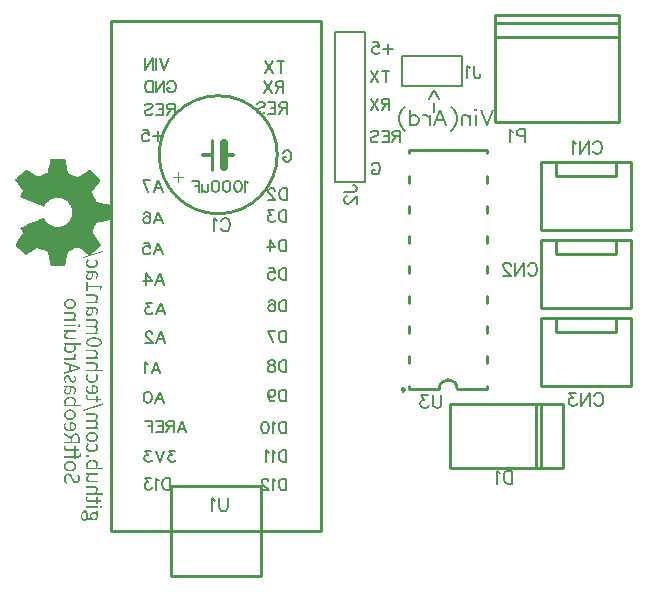
<source format=gbo>
G04 Layer: BottomSilkscreenLayer*
G04 EasyEDA v6.5.34, 2023-08-04 19:03:51*
G04 bd8073a519a84a03b3240daa2bee514a,ed70181f279245e6aff80281ee7dc86a,10*
G04 Gerber Generator version 0.2*
G04 Scale: 100 percent, Rotated: No, Reflected: No *
G04 Dimensions in millimeters *
G04 leading zeros omitted , absolute positions ,4 integer and 5 decimal *
%FSLAX45Y45*%
%MOMM*%

%ADD10C,0.2032*%
%ADD11C,0.1524*%
%ADD12C,0.1000*%
%ADD13C,0.1750*%
%ADD14C,0.2030*%
%ADD15C,0.3000*%
%ADD16C,0.7000*%
%ADD17C,0.2540*%
%ADD18C,0.2500*%
%ADD19C,0.0180*%

%LPD*%
G36*
X7489850Y3236315D02*
G01*
X7469022Y3236163D01*
X7454849Y3235756D01*
X7446009Y3235045D01*
X7443165Y3234486D01*
X7441133Y3233775D01*
X7439812Y3232962D01*
X7438948Y3231997D01*
X7437983Y3228695D01*
X7432954Y3203600D01*
X7425436Y3163620D01*
X7421676Y3144824D01*
X7418425Y3130245D01*
X7416088Y3121507D01*
X7415326Y3119932D01*
X7411008Y3117596D01*
X7401102Y3113074D01*
X7387132Y3107080D01*
X7370521Y3100273D01*
X7349490Y3091992D01*
X7341768Y3089249D01*
X7335621Y3087319D01*
X7330795Y3086100D01*
X7327138Y3085592D01*
X7324394Y3085744D01*
X7322312Y3086404D01*
X7306309Y3096971D01*
X7260183Y3128619D01*
X7246264Y3137509D01*
X7235850Y3143554D01*
X7232446Y3145180D01*
X7230516Y3145790D01*
X7229043Y3145180D01*
X7223150Y3140862D01*
X7214209Y3133090D01*
X7203135Y3122828D01*
X7190790Y3110941D01*
X7178192Y3098444D01*
X7166254Y3086201D01*
X7155891Y3075178D01*
X7148068Y3066288D01*
X7143699Y3060496D01*
X7143140Y3059023D01*
X7143750Y3057296D01*
X7148474Y3048863D01*
X7156958Y3035300D01*
X7168134Y3018129D01*
X7205675Y2962402D01*
X7194499Y2942183D01*
X7190130Y2933903D01*
X7186574Y2926486D01*
X7184186Y2920593D01*
X7183272Y2917139D01*
X7184390Y2914802D01*
X7187438Y2911957D01*
X7192111Y2908960D01*
X7200493Y2905048D01*
X7365898Y2835960D01*
X7373416Y2833065D01*
X7379208Y2831134D01*
X7382357Y2830423D01*
X7384745Y2831795D01*
X7388453Y2835452D01*
X7392974Y2840888D01*
X7405674Y2858363D01*
X7413802Y2867914D01*
X7418019Y2872282D01*
X7426604Y2880055D01*
X7431074Y2883560D01*
X7440320Y2889656D01*
X7445146Y2892298D01*
X7450074Y2894685D01*
X7455153Y2896819D01*
X7460386Y2898698D01*
X7471308Y2901645D01*
X7482941Y2903677D01*
X7488986Y2904337D01*
X7503414Y2904998D01*
X7511135Y2904896D01*
X7518450Y2904439D01*
X7525461Y2903626D01*
X7532166Y2902407D01*
X7538618Y2900832D01*
X7544866Y2898800D01*
X7550962Y2896362D01*
X7557008Y2893517D01*
X7562951Y2890215D01*
X7568895Y2886456D01*
X7574889Y2882188D01*
X7579664Y2878429D01*
X7584236Y2874467D01*
X7588605Y2870250D01*
X7596631Y2861157D01*
X7600289Y2856382D01*
X7606893Y2846273D01*
X7609840Y2840990D01*
X7612532Y2835605D01*
X7617104Y2824480D01*
X7618984Y2818739D01*
X7620609Y2812948D01*
X7621930Y2807106D01*
X7623809Y2795320D01*
X7624470Y2783382D01*
X7624368Y2777439D01*
X7623962Y2771495D01*
X7622184Y2759710D01*
X7620812Y2753918D01*
X7617053Y2741980D01*
X7614767Y2736189D01*
X7612278Y2730652D01*
X7606588Y2720035D01*
X7600035Y2710129D01*
X7596479Y2705455D01*
X7588758Y2696768D01*
X7580375Y2688844D01*
X7571384Y2681833D01*
X7566659Y2678633D01*
X7556855Y2672943D01*
X7551775Y2670454D01*
X7541361Y2666187D01*
X7530592Y2662936D01*
X7519517Y2660700D01*
X7508290Y2659583D01*
X7496911Y2659532D01*
X7485481Y2660650D01*
X7479741Y2661666D01*
X7468362Y2664561D01*
X7462672Y2666492D01*
X7451191Y2671318D01*
X7440371Y2676956D01*
X7435392Y2680004D01*
X7430617Y2683256D01*
X7426096Y2686710D01*
X7421727Y2690418D01*
X7417460Y2694381D01*
X7413345Y2698648D01*
X7405268Y2708198D01*
X7395413Y2721406D01*
X7386167Y2733040D01*
X7383932Y2735275D01*
X7381341Y2734767D01*
X7374991Y2732633D01*
X7353198Y2724353D01*
X7322769Y2712161D01*
X7287920Y2697886D01*
X7252716Y2683154D01*
X7221474Y2669743D01*
X7198258Y2659380D01*
X7190994Y2655925D01*
X7187285Y2653842D01*
X7184491Y2650947D01*
X7184288Y2646832D01*
X7187184Y2639415D01*
X7205573Y2603347D01*
X7168083Y2548128D01*
X7156907Y2531160D01*
X7148474Y2517698D01*
X7143750Y2509418D01*
X7143140Y2507691D01*
X7144664Y2505151D01*
X7149033Y2499868D01*
X7155789Y2492298D01*
X7174788Y2472283D01*
X7229297Y2417572D01*
X7243825Y2426563D01*
X7259675Y2437130D01*
X7297267Y2463292D01*
X7327900Y2484221D01*
X7375448Y2464155D01*
X7406538Y2451557D01*
X7411618Y2448814D01*
X7415377Y2446274D01*
X7417206Y2444140D01*
X7418628Y2438247D01*
X7433208Y2364181D01*
X7437221Y2346909D01*
X7438948Y2340406D01*
X7440574Y2335479D01*
X7441895Y2332177D01*
X7443063Y2330602D01*
X7444638Y2330094D01*
X7451801Y2329230D01*
X7463332Y2328621D01*
X7477963Y2328164D01*
X7511491Y2327910D01*
X7527950Y2328113D01*
X7542530Y2328570D01*
X7554061Y2329180D01*
X7561224Y2330043D01*
X7562850Y2330551D01*
X7563916Y2332024D01*
X7565186Y2335174D01*
X7566710Y2339848D01*
X7570114Y2353360D01*
X7573975Y2371699D01*
X7581341Y2411425D01*
X7587234Y2440736D01*
X7588199Y2443581D01*
X7589723Y2446172D01*
X7592212Y2448712D01*
X7596022Y2451354D01*
X7601407Y2454452D01*
X7608874Y2458110D01*
X7651038Y2477058D01*
X7658353Y2480106D01*
X7664602Y2482088D01*
X7667447Y2482646D01*
X7670190Y2482900D01*
X7672882Y2482850D01*
X7675625Y2482443D01*
X7678420Y2481732D01*
X7681366Y2480665D01*
X7687868Y2477414D01*
X7695590Y2472588D01*
X7731048Y2447950D01*
X7751927Y2433828D01*
X7759649Y2428849D01*
X7765897Y2425192D01*
X7770723Y2422652D01*
X7774431Y2421229D01*
X7777073Y2420823D01*
X7778902Y2421229D01*
X7784084Y2425547D01*
X7808163Y2448814D01*
X7864094Y2505506D01*
X7857286Y2518562D01*
X7851648Y2527655D01*
X7833817Y2554478D01*
X7814462Y2582265D01*
X7805013Y2596591D01*
X7801203Y2603957D01*
X7799984Y2607259D01*
X7799171Y2610408D01*
X7798816Y2613507D01*
X7798866Y2616657D01*
X7799324Y2619959D01*
X7800136Y2623464D01*
X7802778Y2631490D01*
X7820863Y2675839D01*
X7824165Y2683052D01*
X7826959Y2688386D01*
X7829397Y2692044D01*
X7831785Y2694432D01*
X7834223Y2695905D01*
X7839811Y2697480D01*
X7866837Y2702966D01*
X7906969Y2710738D01*
X7939938Y2717495D01*
X7948472Y2719476D01*
X7949996Y2719984D01*
X7950504Y2721559D01*
X7951368Y2731160D01*
X7952028Y2747924D01*
X7952384Y2769666D01*
X7952435Y2793085D01*
X7952231Y2811576D01*
X7951825Y2825343D01*
X7951216Y2834995D01*
X7950250Y2841294D01*
X7949641Y2843326D01*
X7948930Y2844800D01*
X7948117Y2845765D01*
X7946440Y2846628D01*
X7938668Y2849067D01*
X7926324Y2852115D01*
X7910931Y2855315D01*
X7864144Y2864002D01*
X7838135Y2869336D01*
X7832547Y2870962D01*
X7830921Y2871622D01*
X7829143Y2872994D01*
X7826959Y2876956D01*
X7823149Y2885186D01*
X7812633Y2910078D01*
X7801356Y2938526D01*
X7795310Y2954528D01*
X7819288Y2990697D01*
X7848295Y3033572D01*
X7855864Y3045510D01*
X7860995Y3054248D01*
X7862366Y3057042D01*
X7862874Y3058515D01*
X7862265Y3060039D01*
X7860588Y3062528D01*
X7854391Y3070047D01*
X7845196Y3080207D01*
X7833969Y3091992D01*
X7809026Y3116884D01*
X7797190Y3128111D01*
X7787081Y3137306D01*
X7779512Y3143504D01*
X7777022Y3145180D01*
X7775498Y3145790D01*
X7774330Y3145485D01*
X7769504Y3143148D01*
X7761986Y3138830D01*
X7752334Y3132886D01*
X7728458Y3117138D01*
X7674051Y3079546D01*
X7624013Y3101238D01*
X7608874Y3108045D01*
X7597190Y3113633D01*
X7590332Y3117291D01*
X7589164Y3118154D01*
X7587843Y3123184D01*
X7582153Y3151581D01*
X7567777Y3229305D01*
X7566812Y3232251D01*
X7565847Y3233318D01*
X7564272Y3234232D01*
X7561884Y3234893D01*
X7558430Y3235452D01*
X7547508Y3236061D01*
G37*
G36*
X7884109Y2457399D02*
G01*
X7711643Y2402535D01*
X7711643Y2391867D01*
X7884109Y2446731D01*
G37*
G36*
X7753045Y2384755D02*
G01*
X7747914Y2378100D01*
X7744104Y2370632D01*
X7741666Y2362606D01*
X7740853Y2354021D01*
X7741208Y2347823D01*
X7742377Y2341930D01*
X7744256Y2336342D01*
X7746847Y2331161D01*
X7750098Y2326436D01*
X7754061Y2322169D01*
X7758734Y2318461D01*
X7763967Y2315260D01*
X7769859Y2312771D01*
X7776362Y2310892D01*
X7783474Y2309723D01*
X7791145Y2309317D01*
X7798866Y2309774D01*
X7805978Y2311044D01*
X7812531Y2313076D01*
X7818475Y2315768D01*
X7823758Y2319121D01*
X7828432Y2323033D01*
X7832394Y2327503D01*
X7835696Y2332380D01*
X7838287Y2337612D01*
X7840167Y2343200D01*
X7841284Y2349042D01*
X7841691Y2355037D01*
X7840776Y2363724D01*
X7838236Y2371242D01*
X7834630Y2377592D01*
X7830261Y2382977D01*
X7820863Y2375357D01*
X7824368Y2371039D01*
X7827060Y2366314D01*
X7828838Y2361184D01*
X7829499Y2355545D01*
X7828788Y2349042D01*
X7826705Y2343099D01*
X7823403Y2337765D01*
X7818881Y2333193D01*
X7813294Y2329434D01*
X7806791Y2326690D01*
X7799324Y2324912D01*
X7791145Y2324303D01*
X7782915Y2324912D01*
X7775549Y2326538D01*
X7769047Y2329230D01*
X7763509Y2332837D01*
X7759039Y2337308D01*
X7755788Y2342540D01*
X7753756Y2348484D01*
X7753045Y2355037D01*
X7753807Y2361692D01*
X7755839Y2367889D01*
X7758938Y2373477D01*
X7762697Y2378405D01*
G37*
G36*
X7743139Y2285187D02*
G01*
X7743139Y2273249D01*
X7755077Y2271979D01*
X7755077Y2271471D01*
X7749540Y2264156D01*
X7745018Y2256282D01*
X7741970Y2247900D01*
X7741361Y2243023D01*
X7752537Y2243023D01*
X7753400Y2250033D01*
X7756042Y2256790D01*
X7760258Y2263597D01*
X7765999Y2270709D01*
X7793939Y2270709D01*
X7792313Y2259025D01*
X7790230Y2249271D01*
X7787792Y2241397D01*
X7784896Y2235250D01*
X7781544Y2230678D01*
X7777734Y2227580D01*
X7773517Y2225802D01*
X7768793Y2225243D01*
X7761427Y2226665D01*
X7756347Y2230424D01*
X7753451Y2236063D01*
X7752537Y2243023D01*
X7741361Y2243023D01*
X7740853Y2238959D01*
X7741310Y2233269D01*
X7742631Y2227986D01*
X7744815Y2223211D01*
X7747863Y2219096D01*
X7751724Y2215743D01*
X7756398Y2213203D01*
X7761833Y2211578D01*
X7768031Y2211019D01*
X7773009Y2211425D01*
X7777581Y2212594D01*
X7781747Y2214575D01*
X7785557Y2217369D01*
X7788960Y2220976D01*
X7792008Y2225446D01*
X7794752Y2230780D01*
X7797139Y2236978D01*
X7799222Y2244039D01*
X7801051Y2252014D01*
X7802575Y2260904D01*
X7803845Y2270709D01*
X7808671Y2270607D01*
X7813344Y2269998D01*
X7817713Y2268778D01*
X7821625Y2266848D01*
X7824978Y2264105D01*
X7827518Y2260498D01*
X7829143Y2255875D01*
X7829753Y2250135D01*
X7828788Y2241804D01*
X7826298Y2234082D01*
X7822793Y2227122D01*
X7818831Y2221179D01*
X7828991Y2215337D01*
X7833309Y2222449D01*
X7835442Y2226665D01*
X7837424Y2231288D01*
X7839151Y2236216D01*
X7840472Y2241448D01*
X7841386Y2246985D01*
X7841691Y2252675D01*
X7841335Y2258212D01*
X7840421Y2263140D01*
X7838846Y2267508D01*
X7836763Y2271420D01*
X7834071Y2274773D01*
X7830921Y2277618D01*
X7827264Y2280005D01*
X7823149Y2281936D01*
X7818628Y2283358D01*
X7813700Y2284425D01*
X7808417Y2285034D01*
X7802829Y2285187D01*
G37*
G36*
X7743139Y2188667D02*
G01*
X7743139Y2118563D01*
X7755331Y2118563D01*
X7755331Y2147773D01*
X7855153Y2147773D01*
X7855153Y2124913D01*
X7864551Y2124913D01*
X7866125Y2132838D01*
X7868107Y2139746D01*
X7870596Y2145893D01*
X7873441Y2151329D01*
X7873441Y2162251D01*
X7755331Y2162251D01*
X7755331Y2188667D01*
G37*
G36*
X7743139Y2087575D02*
G01*
X7743139Y2073097D01*
X7802321Y2073097D01*
X7808772Y2072843D01*
X7814309Y2071979D01*
X7818881Y2070557D01*
X7822590Y2068525D01*
X7825435Y2065883D01*
X7827416Y2062632D01*
X7828584Y2058670D01*
X7828991Y2054047D01*
X7827975Y2046884D01*
X7825028Y2040280D01*
X7820202Y2033676D01*
X7813497Y2026615D01*
X7743139Y2026615D01*
X7743139Y2012137D01*
X7839151Y2012137D01*
X7839151Y2023821D01*
X7825181Y2025345D01*
X7825181Y2025853D01*
X7831632Y2032965D01*
X7834426Y2036673D01*
X7836865Y2040585D01*
X7838846Y2044649D01*
X7840370Y2048916D01*
X7841335Y2053386D01*
X7841691Y2058111D01*
X7841081Y2065223D01*
X7839252Y2071319D01*
X7836306Y2076399D01*
X7832140Y2080463D01*
X7826806Y2083612D01*
X7820355Y2085848D01*
X7812786Y2087168D01*
X7804099Y2087575D01*
G37*
G36*
X7743139Y1980641D02*
G01*
X7743139Y1968703D01*
X7755077Y1967433D01*
X7755077Y1966925D01*
X7749540Y1959610D01*
X7745018Y1951736D01*
X7741970Y1943354D01*
X7741361Y1938477D01*
X7752537Y1938477D01*
X7753400Y1945487D01*
X7756042Y1952243D01*
X7760258Y1959051D01*
X7765999Y1966163D01*
X7793939Y1966163D01*
X7792313Y1954479D01*
X7790230Y1944725D01*
X7787792Y1936851D01*
X7784896Y1930704D01*
X7781544Y1926132D01*
X7777734Y1923034D01*
X7773517Y1921256D01*
X7768793Y1920697D01*
X7761427Y1922119D01*
X7756347Y1925878D01*
X7753451Y1931517D01*
X7752537Y1938477D01*
X7741361Y1938477D01*
X7740853Y1934413D01*
X7741310Y1928723D01*
X7742631Y1923440D01*
X7744815Y1918665D01*
X7747863Y1914550D01*
X7751724Y1911197D01*
X7756398Y1908657D01*
X7761833Y1907032D01*
X7768031Y1906473D01*
X7773009Y1906879D01*
X7777581Y1908048D01*
X7781747Y1909978D01*
X7785557Y1912772D01*
X7788960Y1916379D01*
X7792008Y1920798D01*
X7794752Y1926132D01*
X7797139Y1932330D01*
X7799222Y1939391D01*
X7801051Y1947367D01*
X7802575Y1956307D01*
X7803845Y1966163D01*
X7808671Y1966061D01*
X7813344Y1965401D01*
X7817713Y1964131D01*
X7821625Y1962200D01*
X7824978Y1959457D01*
X7827518Y1955850D01*
X7829143Y1951228D01*
X7829753Y1945589D01*
X7828788Y1937257D01*
X7826298Y1929536D01*
X7822793Y1922576D01*
X7818831Y1916633D01*
X7828991Y1910537D01*
X7833309Y1917801D01*
X7835442Y1922018D01*
X7837424Y1926640D01*
X7839151Y1931619D01*
X7840472Y1936800D01*
X7841386Y1942287D01*
X7841691Y1947875D01*
X7841335Y1953463D01*
X7840421Y1958441D01*
X7838846Y1962861D01*
X7836763Y1966772D01*
X7834071Y1970176D01*
X7830921Y1973021D01*
X7827264Y1975459D01*
X7823149Y1977339D01*
X7818628Y1978812D01*
X7813700Y1979879D01*
X7808417Y1980488D01*
X7802829Y1980641D01*
G37*
G36*
X7743139Y1880565D02*
G01*
X7743139Y1866087D01*
X7802321Y1866087D01*
X7808772Y1865833D01*
X7814309Y1864969D01*
X7818881Y1863598D01*
X7822590Y1861566D01*
X7825435Y1858975D01*
X7827416Y1855724D01*
X7828584Y1851863D01*
X7828991Y1847291D01*
X7828025Y1841347D01*
X7825130Y1835200D01*
X7820304Y1828850D01*
X7813497Y1822145D01*
X7743139Y1822145D01*
X7743139Y1807667D01*
X7802321Y1807667D01*
X7808772Y1807413D01*
X7814309Y1806549D01*
X7818881Y1805178D01*
X7822590Y1803146D01*
X7825435Y1800555D01*
X7827416Y1797304D01*
X7828584Y1793443D01*
X7828991Y1788871D01*
X7828025Y1783130D01*
X7825130Y1776984D01*
X7820304Y1770481D01*
X7813497Y1763725D01*
X7743139Y1763725D01*
X7743139Y1749501D01*
X7839151Y1749501D01*
X7839151Y1761185D01*
X7824927Y1762455D01*
X7824927Y1762963D01*
X7831480Y1769618D01*
X7836814Y1776933D01*
X7840370Y1784756D01*
X7841691Y1792935D01*
X7840370Y1802892D01*
X7836611Y1810461D01*
X7830769Y1815846D01*
X7823149Y1819351D01*
X7830667Y1827174D01*
X7833817Y1831086D01*
X7836509Y1834997D01*
X7838694Y1838960D01*
X7840319Y1843024D01*
X7841335Y1847138D01*
X7841691Y1851355D01*
X7841081Y1858264D01*
X7839252Y1864207D01*
X7836306Y1869236D01*
X7832140Y1873300D01*
X7826806Y1876501D01*
X7820355Y1878787D01*
X7812786Y1880158D01*
X7804099Y1880565D01*
G37*
G36*
X7808925Y1723339D02*
G01*
X7800594Y1723186D01*
X7792872Y1722678D01*
X7785658Y1721815D01*
X7779003Y1720596D01*
X7772857Y1719072D01*
X7767269Y1717243D01*
X7762240Y1715109D01*
X7757718Y1712671D01*
X7753756Y1709978D01*
X7750302Y1706981D01*
X7747406Y1703730D01*
X7745069Y1700225D01*
X7743190Y1696466D01*
X7741869Y1692452D01*
X7741107Y1688185D01*
X7740853Y1683715D01*
X7752537Y1683715D01*
X7752892Y1687423D01*
X7754010Y1690928D01*
X7755890Y1694180D01*
X7758531Y1697177D01*
X7761935Y1699869D01*
X7766151Y1702257D01*
X7771180Y1704390D01*
X7777022Y1706118D01*
X7783728Y1707540D01*
X7791246Y1708556D01*
X7799628Y1709166D01*
X7808925Y1709369D01*
X7817967Y1709166D01*
X7826146Y1708556D01*
X7833512Y1707540D01*
X7840014Y1706118D01*
X7845755Y1704390D01*
X7850682Y1702257D01*
X7854797Y1699869D01*
X7858150Y1697177D01*
X7860741Y1694180D01*
X7862570Y1690928D01*
X7863687Y1687423D01*
X7864043Y1683715D01*
X7863687Y1679956D01*
X7862570Y1676450D01*
X7860741Y1673148D01*
X7858150Y1670151D01*
X7854797Y1667408D01*
X7850682Y1664970D01*
X7845755Y1662887D01*
X7840014Y1661109D01*
X7833512Y1659686D01*
X7826146Y1658670D01*
X7817967Y1658061D01*
X7808925Y1657807D01*
X7799628Y1658061D01*
X7791246Y1658670D01*
X7783728Y1659686D01*
X7777022Y1661109D01*
X7771180Y1662887D01*
X7766151Y1664970D01*
X7761935Y1667408D01*
X7758531Y1670151D01*
X7755890Y1673148D01*
X7754010Y1676450D01*
X7752892Y1679956D01*
X7752537Y1683715D01*
X7740853Y1683715D01*
X7741107Y1679295D01*
X7741869Y1675028D01*
X7743190Y1671015D01*
X7745069Y1667205D01*
X7747406Y1663700D01*
X7750302Y1660398D01*
X7753756Y1657400D01*
X7757718Y1654657D01*
X7762240Y1652219D01*
X7767269Y1650034D01*
X7772857Y1648206D01*
X7779003Y1646682D01*
X7785658Y1645462D01*
X7792872Y1644548D01*
X7800594Y1644040D01*
X7808925Y1643837D01*
X7817053Y1644040D01*
X7824673Y1644548D01*
X7831785Y1645462D01*
X7838338Y1646682D01*
X7844332Y1648206D01*
X7849819Y1650034D01*
X7854746Y1652219D01*
X7859166Y1654657D01*
X7863078Y1657400D01*
X7866430Y1660398D01*
X7869275Y1663700D01*
X7871612Y1667205D01*
X7873390Y1671015D01*
X7874711Y1675028D01*
X7875473Y1679295D01*
X7875727Y1683715D01*
X7875473Y1688185D01*
X7874711Y1692452D01*
X7873390Y1696466D01*
X7871612Y1700225D01*
X7869275Y1703730D01*
X7866430Y1706981D01*
X7863078Y1709978D01*
X7859166Y1712671D01*
X7854746Y1715109D01*
X7849819Y1717243D01*
X7844332Y1719072D01*
X7838338Y1720596D01*
X7831785Y1721815D01*
X7824673Y1722678D01*
X7817053Y1723186D01*
G37*
G36*
X7743139Y1619707D02*
G01*
X7743139Y1604975D01*
X7802321Y1604975D01*
X7808772Y1604721D01*
X7814309Y1603908D01*
X7818881Y1602536D01*
X7822590Y1600504D01*
X7825435Y1597914D01*
X7827416Y1594612D01*
X7828584Y1590649D01*
X7828991Y1585925D01*
X7827975Y1578813D01*
X7825028Y1572209D01*
X7820202Y1565656D01*
X7813497Y1558493D01*
X7743139Y1558493D01*
X7743139Y1544269D01*
X7839151Y1544269D01*
X7839151Y1555953D01*
X7825181Y1557477D01*
X7825181Y1557985D01*
X7831632Y1565046D01*
X7834426Y1568754D01*
X7836865Y1572615D01*
X7838846Y1576679D01*
X7840370Y1580946D01*
X7841335Y1585468D01*
X7841691Y1590243D01*
X7841081Y1597304D01*
X7839252Y1603349D01*
X7836306Y1608429D01*
X7832140Y1612544D01*
X7826806Y1615694D01*
X7820355Y1617929D01*
X7812786Y1619300D01*
X7804099Y1619707D01*
G37*
G36*
X7743139Y1512519D02*
G01*
X7743139Y1498041D01*
X7802321Y1498041D01*
X7808772Y1497787D01*
X7814309Y1496923D01*
X7818881Y1495501D01*
X7822590Y1493469D01*
X7825435Y1490827D01*
X7827416Y1487576D01*
X7828584Y1483614D01*
X7828991Y1478991D01*
X7827975Y1471828D01*
X7825028Y1465224D01*
X7820202Y1458620D01*
X7813497Y1451559D01*
X7743139Y1451559D01*
X7743139Y1437081D01*
X7884871Y1437081D01*
X7884871Y1451559D01*
X7845501Y1451559D01*
X7825435Y1451051D01*
X7831734Y1458112D01*
X7834477Y1461820D01*
X7836865Y1465681D01*
X7838897Y1469745D01*
X7840370Y1474012D01*
X7841335Y1478534D01*
X7841691Y1483309D01*
X7841081Y1490370D01*
X7839252Y1496364D01*
X7836306Y1501394D01*
X7832140Y1505458D01*
X7826806Y1508607D01*
X7820355Y1510792D01*
X7812786Y1512112D01*
X7804099Y1512519D01*
G37*
G36*
X7753045Y1415237D02*
G01*
X7747914Y1408582D01*
X7744104Y1401114D01*
X7741666Y1392986D01*
X7740853Y1384249D01*
X7741208Y1378102D01*
X7742377Y1372260D01*
X7744256Y1366723D01*
X7746847Y1361592D01*
X7750098Y1356868D01*
X7754061Y1352600D01*
X7758734Y1348892D01*
X7763967Y1345742D01*
X7769859Y1343253D01*
X7776362Y1341374D01*
X7783474Y1340205D01*
X7791145Y1339799D01*
X7798866Y1340256D01*
X7805978Y1341526D01*
X7812531Y1343558D01*
X7818475Y1346250D01*
X7823758Y1349603D01*
X7828432Y1353515D01*
X7832394Y1357985D01*
X7835696Y1362862D01*
X7838287Y1368094D01*
X7840167Y1373682D01*
X7841284Y1379524D01*
X7841691Y1385519D01*
X7840776Y1394206D01*
X7838236Y1401724D01*
X7834630Y1408074D01*
X7830261Y1413459D01*
X7820863Y1405839D01*
X7824368Y1401521D01*
X7827060Y1396796D01*
X7828838Y1391666D01*
X7829499Y1386027D01*
X7828788Y1379524D01*
X7826705Y1373581D01*
X7823403Y1368247D01*
X7818881Y1363675D01*
X7813294Y1359916D01*
X7806791Y1357172D01*
X7799324Y1355394D01*
X7791145Y1354785D01*
X7782915Y1355394D01*
X7775549Y1357020D01*
X7769047Y1359712D01*
X7763509Y1363319D01*
X7759039Y1367790D01*
X7755788Y1373022D01*
X7753756Y1378966D01*
X7753045Y1385519D01*
X7753807Y1392174D01*
X7755839Y1398371D01*
X7758938Y1403959D01*
X7762697Y1408887D01*
G37*
G36*
X7794294Y1322781D02*
G01*
X7789925Y1322476D01*
X7788097Y1322019D01*
X7788097Y1310081D01*
X7798765Y1310081D01*
X7805928Y1309674D01*
X7812227Y1308404D01*
X7817561Y1306322D01*
X7821980Y1303477D01*
X7825486Y1299921D01*
X7827975Y1295654D01*
X7829499Y1290726D01*
X7830007Y1285189D01*
X7829448Y1279956D01*
X7827873Y1274978D01*
X7825282Y1270355D01*
X7821726Y1266139D01*
X7817256Y1262583D01*
X7811871Y1259636D01*
X7805724Y1257503D01*
X7798765Y1256233D01*
X7798765Y1310081D01*
X7788097Y1310081D01*
X7788097Y1256487D01*
X7780426Y1257452D01*
X7773517Y1259382D01*
X7767472Y1262329D01*
X7762290Y1266139D01*
X7758175Y1270863D01*
X7755077Y1276350D01*
X7753197Y1282598D01*
X7752537Y1289507D01*
X7753096Y1296314D01*
X7754620Y1302562D01*
X7757007Y1308404D01*
X7760157Y1313891D01*
X7750759Y1319225D01*
X7746949Y1312672D01*
X7743799Y1305306D01*
X7741666Y1297076D01*
X7740853Y1287729D01*
X7741208Y1281531D01*
X7742377Y1275537D01*
X7744256Y1269898D01*
X7746898Y1264615D01*
X7750200Y1259738D01*
X7754162Y1255369D01*
X7758836Y1251508D01*
X7764119Y1248257D01*
X7770012Y1245616D01*
X7776464Y1243634D01*
X7783525Y1242466D01*
X7791145Y1242009D01*
X7798714Y1242466D01*
X7805724Y1243685D01*
X7812227Y1245616D01*
X7818120Y1248257D01*
X7823453Y1251458D01*
X7828127Y1255217D01*
X7832140Y1259433D01*
X7835544Y1264005D01*
X7838186Y1268933D01*
X7840116Y1274114D01*
X7841284Y1279448D01*
X7841691Y1284935D01*
X7841335Y1290777D01*
X7840268Y1296162D01*
X7838541Y1301038D01*
X7836153Y1305509D01*
X7833156Y1309471D01*
X7829600Y1312926D01*
X7825435Y1315923D01*
X7820659Y1318361D01*
X7815427Y1320292D01*
X7809687Y1321663D01*
X7803438Y1322527D01*
G37*
G36*
X7744409Y1232865D02*
G01*
X7743088Y1228750D01*
X7741970Y1224381D01*
X7741158Y1220012D01*
X7740853Y1215847D01*
X7741412Y1208989D01*
X7743139Y1203299D01*
X7745831Y1198676D01*
X7749489Y1195120D01*
X7754061Y1192530D01*
X7759395Y1190752D01*
X7765440Y1189786D01*
X7772095Y1189431D01*
X7827213Y1189431D01*
X7827213Y1174699D01*
X7838389Y1174699D01*
X7839151Y1189939D01*
X7866329Y1191717D01*
X7866329Y1203655D01*
X7839151Y1203655D01*
X7839151Y1230325D01*
X7827213Y1230325D01*
X7827213Y1203655D01*
X7771587Y1203655D01*
X7763713Y1204417D01*
X7757820Y1206906D01*
X7754061Y1211630D01*
X7752791Y1218895D01*
X7752994Y1221689D01*
X7753603Y1224584D01*
X7755585Y1230071D01*
G37*
G36*
X7884109Y1165555D02*
G01*
X7711643Y1110437D01*
X7711643Y1099769D01*
X7884109Y1154887D01*
G37*
G36*
X7743139Y1082751D02*
G01*
X7743139Y1068019D01*
X7802321Y1068019D01*
X7808772Y1067765D01*
X7814309Y1066952D01*
X7818881Y1065530D01*
X7822590Y1063548D01*
X7825435Y1060958D01*
X7827416Y1057757D01*
X7828584Y1053947D01*
X7828991Y1049477D01*
X7828025Y1043533D01*
X7825130Y1037386D01*
X7820304Y1030935D01*
X7813497Y1024077D01*
X7743139Y1024077D01*
X7743139Y1009853D01*
X7802321Y1009853D01*
X7808772Y1009599D01*
X7814309Y1008735D01*
X7818881Y1007262D01*
X7822590Y1005230D01*
X7825435Y1002537D01*
X7827416Y999286D01*
X7828584Y995375D01*
X7828991Y990803D01*
X7828025Y985062D01*
X7825130Y978966D01*
X7820304Y972515D01*
X7813497Y965911D01*
X7743139Y965911D01*
X7743139Y951433D01*
X7839151Y951433D01*
X7839151Y963117D01*
X7824927Y964641D01*
X7824927Y965149D01*
X7831480Y971803D01*
X7836814Y978966D01*
X7840370Y986688D01*
X7841691Y994867D01*
X7840370Y1004824D01*
X7836611Y1012393D01*
X7830769Y1017879D01*
X7823149Y1021537D01*
X7830667Y1029208D01*
X7833817Y1033068D01*
X7836509Y1036980D01*
X7838694Y1040993D01*
X7840319Y1045057D01*
X7841335Y1049274D01*
X7841691Y1053541D01*
X7841081Y1060450D01*
X7839252Y1066393D01*
X7836306Y1071422D01*
X7832140Y1075486D01*
X7826806Y1078687D01*
X7820355Y1080973D01*
X7812786Y1082344D01*
X7804099Y1082751D01*
G37*
G36*
X7791145Y925271D02*
G01*
X7783474Y924864D01*
X7776362Y923645D01*
X7769859Y921664D01*
X7763967Y919022D01*
X7758734Y915771D01*
X7754061Y911961D01*
X7750098Y907643D01*
X7746847Y902919D01*
X7744256Y897839D01*
X7742377Y892505D01*
X7741208Y886866D01*
X7740853Y881075D01*
X7753045Y881075D01*
X7753756Y887323D01*
X7755788Y892962D01*
X7759039Y897940D01*
X7763509Y902157D01*
X7769047Y905611D01*
X7775549Y908151D01*
X7782915Y909777D01*
X7791145Y910285D01*
X7799324Y909777D01*
X7806791Y908151D01*
X7813294Y905611D01*
X7818881Y902157D01*
X7823403Y897940D01*
X7826705Y892962D01*
X7828788Y887323D01*
X7829499Y881075D01*
X7828788Y874877D01*
X7826705Y869238D01*
X7823403Y864260D01*
X7818881Y859993D01*
X7813294Y856589D01*
X7806791Y853998D01*
X7799324Y852424D01*
X7791145Y851865D01*
X7782915Y852424D01*
X7775549Y853998D01*
X7769047Y856589D01*
X7763509Y859993D01*
X7759039Y864260D01*
X7755788Y869238D01*
X7753756Y874877D01*
X7753045Y881075D01*
X7740853Y881075D01*
X7741208Y875284D01*
X7742377Y869645D01*
X7744256Y864209D01*
X7746847Y859129D01*
X7750098Y854405D01*
X7754061Y850137D01*
X7758734Y846328D01*
X7763967Y843127D01*
X7769859Y840486D01*
X7776362Y838555D01*
X7783474Y837336D01*
X7791145Y836879D01*
X7798866Y837336D01*
X7805978Y838555D01*
X7812531Y840486D01*
X7818475Y843127D01*
X7823758Y846328D01*
X7828432Y850137D01*
X7832394Y854405D01*
X7835696Y859129D01*
X7838287Y864209D01*
X7840167Y869645D01*
X7841284Y875284D01*
X7841691Y881075D01*
X7841284Y886866D01*
X7840167Y892505D01*
X7838287Y897839D01*
X7835696Y902919D01*
X7832394Y907643D01*
X7828432Y911961D01*
X7823758Y915771D01*
X7818475Y919022D01*
X7812531Y921664D01*
X7805978Y923645D01*
X7798866Y924864D01*
G37*
G36*
X7753045Y826719D02*
G01*
X7747914Y819912D01*
X7744104Y812393D01*
X7741666Y804316D01*
X7740853Y795731D01*
X7741208Y789533D01*
X7742377Y783640D01*
X7744256Y778052D01*
X7746847Y772871D01*
X7750098Y768146D01*
X7754061Y763879D01*
X7758734Y760171D01*
X7763967Y756970D01*
X7769859Y754481D01*
X7776362Y752602D01*
X7783474Y751433D01*
X7791145Y751027D01*
X7798866Y751484D01*
X7805978Y752754D01*
X7812531Y754786D01*
X7818475Y757478D01*
X7823758Y760831D01*
X7828432Y764743D01*
X7832394Y769213D01*
X7835696Y774090D01*
X7838287Y779322D01*
X7840167Y784910D01*
X7841284Y790752D01*
X7841691Y796747D01*
X7840776Y805586D01*
X7838236Y813053D01*
X7834630Y819454D01*
X7830261Y824941D01*
X7820863Y817067D01*
X7824368Y812800D01*
X7827060Y808126D01*
X7828838Y802995D01*
X7829499Y797255D01*
X7828788Y790752D01*
X7826705Y784809D01*
X7823403Y779475D01*
X7818881Y774903D01*
X7813294Y771144D01*
X7806791Y768400D01*
X7799324Y766622D01*
X7791145Y766013D01*
X7782915Y766622D01*
X7775549Y768248D01*
X7769047Y770940D01*
X7763509Y774598D01*
X7759039Y779068D01*
X7755788Y784352D01*
X7753756Y790346D01*
X7753045Y797001D01*
X7753807Y803554D01*
X7755839Y809701D01*
X7758938Y815289D01*
X7762697Y820115D01*
G37*
G36*
X7752283Y730707D02*
G01*
X7747609Y729894D01*
X7744002Y727557D01*
X7741666Y724103D01*
X7740853Y719785D01*
X7741666Y715619D01*
X7744002Y712165D01*
X7747609Y709777D01*
X7752283Y708863D01*
X7757109Y709777D01*
X7760766Y712165D01*
X7763154Y715619D01*
X7763967Y719785D01*
X7763154Y724103D01*
X7760766Y727557D01*
X7757109Y729894D01*
G37*
G36*
X7792923Y688543D02*
G01*
X7784947Y688187D01*
X7777581Y687019D01*
X7770825Y685139D01*
X7764729Y682650D01*
X7759293Y679602D01*
X7754518Y675995D01*
X7750403Y671931D01*
X7747000Y667461D01*
X7744358Y662635D01*
X7742428Y657504D01*
X7741259Y652170D01*
X7740853Y646633D01*
X7741094Y644601D01*
X7753045Y644601D01*
X7753756Y650697D01*
X7755788Y656234D01*
X7759141Y661162D01*
X7763713Y665378D01*
X7769402Y668832D01*
X7776159Y671423D01*
X7783931Y672998D01*
X7792669Y673557D01*
X7800441Y673201D01*
X7807502Y672084D01*
X7813802Y670153D01*
X7819186Y667410D01*
X7823504Y663702D01*
X7826756Y659130D01*
X7828788Y653542D01*
X7829499Y646887D01*
X7828584Y640537D01*
X7825943Y633933D01*
X7821574Y627075D01*
X7815529Y619963D01*
X7763713Y619963D01*
X7758734Y626668D01*
X7755432Y633171D01*
X7753603Y639216D01*
X7753045Y644601D01*
X7741094Y644601D01*
X7741666Y639775D01*
X7744104Y632714D01*
X7747914Y625703D01*
X7753045Y618947D01*
X7753045Y618693D01*
X7743139Y616915D01*
X7743139Y605485D01*
X7884871Y605485D01*
X7884871Y619963D01*
X7845501Y619963D01*
X7827721Y619201D01*
X7833207Y626364D01*
X7837627Y634034D01*
X7840624Y642061D01*
X7841691Y650189D01*
X7841284Y656234D01*
X7840116Y661771D01*
X7838186Y666800D01*
X7835595Y671322D01*
X7832293Y675335D01*
X7828330Y678840D01*
X7823809Y681786D01*
X7818628Y684225D01*
X7812938Y686104D01*
X7806740Y687476D01*
X7800086Y688289D01*
G37*
G36*
X7743139Y571957D02*
G01*
X7743139Y560019D01*
X7758379Y558749D01*
X7758379Y558241D01*
X7754620Y554888D01*
X7751216Y551383D01*
X7748270Y547776D01*
X7745679Y543966D01*
X7743647Y539953D01*
X7742123Y535686D01*
X7741158Y531114D01*
X7740853Y526237D01*
X7741462Y519277D01*
X7743240Y513283D01*
X7746238Y508304D01*
X7750352Y504240D01*
X7755636Y501192D01*
X7762036Y499008D01*
X7769555Y497738D01*
X7778191Y497281D01*
X7839151Y497281D01*
X7839151Y511505D01*
X7779969Y511505D01*
X7773568Y511809D01*
X7768132Y512622D01*
X7763560Y513994D01*
X7759903Y516026D01*
X7757058Y518617D01*
X7755077Y521919D01*
X7753908Y525881D01*
X7753553Y530555D01*
X7754518Y537768D01*
X7757566Y544322D01*
X7762748Y550773D01*
X7770317Y557479D01*
X7839151Y557479D01*
X7839151Y571957D01*
G37*
G36*
X7743139Y466801D02*
G01*
X7743139Y452323D01*
X7802321Y452323D01*
X7808772Y452069D01*
X7814309Y451256D01*
X7818881Y449884D01*
X7822590Y447852D01*
X7825435Y445262D01*
X7827416Y441959D01*
X7828584Y437997D01*
X7828991Y433273D01*
X7827975Y426161D01*
X7825028Y419557D01*
X7820202Y413004D01*
X7813497Y405841D01*
X7743139Y405841D01*
X7743139Y391617D01*
X7884871Y391617D01*
X7884871Y405841D01*
X7845501Y405841D01*
X7825435Y405333D01*
X7831734Y412496D01*
X7834477Y416204D01*
X7836865Y420065D01*
X7838897Y424078D01*
X7840370Y428345D01*
X7841335Y432816D01*
X7841691Y437591D01*
X7841081Y444652D01*
X7839252Y450646D01*
X7836306Y455676D01*
X7832140Y459740D01*
X7826806Y462889D01*
X7820355Y465074D01*
X7812786Y466394D01*
X7804099Y466801D01*
G37*
G36*
X7744409Y372059D02*
G01*
X7743088Y367944D01*
X7741970Y363575D01*
X7741158Y359206D01*
X7740853Y355041D01*
X7741412Y348183D01*
X7743139Y342493D01*
X7745831Y337870D01*
X7749489Y334314D01*
X7754061Y331724D01*
X7759395Y329946D01*
X7765440Y328980D01*
X7772095Y328625D01*
X7827213Y328625D01*
X7827213Y314147D01*
X7838389Y314147D01*
X7839151Y329133D01*
X7866329Y330911D01*
X7866329Y343103D01*
X7839151Y343103D01*
X7839151Y369519D01*
X7827213Y369519D01*
X7827213Y343103D01*
X7771587Y343103D01*
X7763713Y343865D01*
X7757820Y346354D01*
X7754061Y350926D01*
X7752791Y358089D01*
X7752994Y360934D01*
X7753603Y363880D01*
X7754518Y366776D01*
X7755585Y369265D01*
G37*
G36*
X7869885Y295351D02*
G01*
X7865719Y294589D01*
X7862519Y292506D01*
X7860436Y289356D01*
X7859725Y285445D01*
X7860436Y281330D01*
X7862519Y278079D01*
X7865719Y276047D01*
X7869885Y275285D01*
X7874000Y276047D01*
X7877098Y278079D01*
X7879080Y281330D01*
X7879791Y285445D01*
X7879080Y289356D01*
X7877098Y292506D01*
X7874000Y294589D01*
G37*
G36*
X7743139Y292557D02*
G01*
X7743139Y278079D01*
X7839151Y278079D01*
X7839151Y292557D01*
G37*
G36*
X7731455Y258775D02*
G01*
X7727137Y258419D01*
X7722920Y257302D01*
X7718907Y255422D01*
X7715148Y252933D01*
X7711643Y249732D01*
X7708493Y245871D01*
X7705699Y241452D01*
X7703261Y236423D01*
X7701330Y230835D01*
X7699908Y224739D01*
X7698994Y218135D01*
X7698776Y213055D01*
X7708595Y213055D01*
X7709052Y219913D01*
X7710373Y226060D01*
X7712405Y231394D01*
X7715097Y235966D01*
X7718247Y239623D01*
X7721752Y242316D01*
X7725511Y243992D01*
X7729423Y244551D01*
X7735316Y243281D01*
X7739176Y239471D01*
X7741259Y233222D01*
X7741869Y224485D01*
X7741970Y204419D01*
X7742936Y198069D01*
X7743647Y194767D01*
X7739532Y190042D01*
X7735214Y186842D01*
X7730794Y184962D01*
X7726375Y184353D01*
X7722514Y184861D01*
X7719110Y186334D01*
X7716062Y188722D01*
X7713472Y191973D01*
X7711389Y196088D01*
X7709865Y200964D01*
X7708900Y206654D01*
X7708595Y213055D01*
X7698776Y213055D01*
X7698689Y211023D01*
X7699095Y202539D01*
X7700416Y194868D01*
X7702499Y188112D01*
X7705445Y182372D01*
X7709153Y177749D01*
X7713573Y174294D01*
X7718755Y172161D01*
X7724597Y171399D01*
X7730642Y172415D01*
X7736484Y175209D01*
X7741920Y179679D01*
X7746695Y185623D01*
X7747203Y185623D01*
X7749895Y182270D01*
X7753502Y179527D01*
X7757922Y177698D01*
X7763205Y176987D01*
X7768793Y178003D01*
X7773720Y180543D01*
X7777784Y183997D01*
X7780985Y187655D01*
X7781493Y187655D01*
X7786065Y183032D01*
X7792110Y179070D01*
X7799324Y176276D01*
X7807655Y175209D01*
X7815021Y175971D01*
X7821625Y178054D01*
X7827467Y181406D01*
X7832394Y185775D01*
X7836357Y191058D01*
X7839252Y197104D01*
X7841081Y203708D01*
X7841691Y210769D01*
X7841488Y214629D01*
X7840878Y218135D01*
X7839151Y223977D01*
X7839151Y257251D01*
X7827975Y257251D01*
X7827975Y236931D01*
X7824012Y240284D01*
X7819186Y242976D01*
X7813497Y244703D01*
X7807147Y245313D01*
X7799882Y244652D01*
X7793329Y242671D01*
X7787589Y239471D01*
X7782763Y235305D01*
X7778851Y230225D01*
X7776006Y224332D01*
X7774228Y217830D01*
X7773619Y210769D01*
X7783525Y210769D01*
X7783931Y214985D01*
X7785201Y218948D01*
X7787284Y222554D01*
X7790078Y225755D01*
X7793532Y228396D01*
X7797647Y230378D01*
X7802372Y231698D01*
X7807655Y232105D01*
X7812735Y231698D01*
X7817256Y230428D01*
X7821218Y228447D01*
X7824520Y225856D01*
X7827213Y222656D01*
X7829143Y219049D01*
X7830362Y215087D01*
X7830769Y210769D01*
X7830362Y206451D01*
X7829194Y202387D01*
X7827264Y198729D01*
X7824622Y195529D01*
X7821320Y192887D01*
X7817358Y190906D01*
X7812786Y189636D01*
X7807655Y189179D01*
X7802372Y189636D01*
X7797647Y190957D01*
X7793532Y192938D01*
X7790078Y195630D01*
X7787284Y198831D01*
X7785201Y202488D01*
X7783931Y206502D01*
X7783525Y210769D01*
X7773619Y210769D01*
X7773822Y207060D01*
X7774533Y203250D01*
X7775651Y199491D01*
X7777175Y196037D01*
X7774787Y193548D01*
X7772095Y191566D01*
X7768894Y190195D01*
X7764983Y189687D01*
X7760716Y190500D01*
X7757363Y193243D01*
X7755128Y198475D01*
X7754315Y206705D01*
X7754315Y225755D01*
X7753959Y233527D01*
X7752943Y240284D01*
X7751216Y245922D01*
X7748778Y250596D01*
X7745577Y254152D01*
X7741666Y256743D01*
X7736941Y258267D01*
G37*
G36*
X7605268Y2052726D02*
G01*
X7597546Y2052269D01*
X7590434Y2051050D01*
X7583931Y2049068D01*
X7577988Y2046427D01*
X7572756Y2043175D01*
X7568133Y2039366D01*
X7564170Y2035098D01*
X7560919Y2030374D01*
X7558328Y2025294D01*
X7556500Y2019909D01*
X7555382Y2014270D01*
X7554975Y2008530D01*
X7566914Y2008530D01*
X7567625Y2014728D01*
X7569708Y2020366D01*
X7573009Y2025345D01*
X7577531Y2029612D01*
X7583119Y2033016D01*
X7589621Y2035606D01*
X7597089Y2037181D01*
X7605268Y2037740D01*
X7613396Y2037181D01*
X7620762Y2035606D01*
X7627264Y2033016D01*
X7632801Y2029612D01*
X7637272Y2025345D01*
X7640624Y2020366D01*
X7642656Y2014728D01*
X7643368Y2008530D01*
X7642656Y2002282D01*
X7640624Y1996643D01*
X7637272Y1991664D01*
X7632801Y1987448D01*
X7627264Y1983993D01*
X7620762Y1981454D01*
X7613396Y1979828D01*
X7605268Y1979320D01*
X7597089Y1979828D01*
X7589621Y1981454D01*
X7583119Y1983993D01*
X7577531Y1987448D01*
X7573009Y1991664D01*
X7569708Y1996643D01*
X7567625Y2002282D01*
X7566914Y2008530D01*
X7554975Y2008530D01*
X7555382Y2002688D01*
X7556500Y1997049D01*
X7558328Y1991664D01*
X7560919Y1986534D01*
X7564170Y1981860D01*
X7568133Y1977542D01*
X7572756Y1973783D01*
X7577988Y1970532D01*
X7583931Y1967890D01*
X7590434Y1965960D01*
X7597546Y1964740D01*
X7605268Y1964334D01*
X7612989Y1964740D01*
X7620152Y1965960D01*
X7626654Y1967890D01*
X7632598Y1970532D01*
X7637881Y1973783D01*
X7642555Y1977542D01*
X7646517Y1981860D01*
X7649819Y1986534D01*
X7652410Y1991664D01*
X7654290Y1997049D01*
X7655458Y2002688D01*
X7655814Y2008530D01*
X7655458Y2014270D01*
X7654290Y2019909D01*
X7652410Y2025294D01*
X7649819Y2030374D01*
X7646517Y2035098D01*
X7642555Y2039366D01*
X7637881Y2043175D01*
X7632598Y2046427D01*
X7626654Y2049068D01*
X7620152Y2051050D01*
X7612989Y2052269D01*
G37*
G36*
X7557262Y1939696D02*
G01*
X7557262Y1924964D01*
X7616444Y1924964D01*
X7622946Y1924659D01*
X7628432Y1923846D01*
X7633055Y1922475D01*
X7636764Y1920493D01*
X7639558Y1917903D01*
X7641539Y1914652D01*
X7642758Y1910740D01*
X7643114Y1906168D01*
X7642148Y1898954D01*
X7639151Y1892350D01*
X7634224Y1885746D01*
X7627366Y1878736D01*
X7557262Y1878736D01*
X7557262Y1864258D01*
X7653274Y1864258D01*
X7653274Y1875942D01*
X7639303Y1877466D01*
X7639303Y1877974D01*
X7645653Y1885035D01*
X7648448Y1888743D01*
X7650886Y1892655D01*
X7652918Y1896719D01*
X7654493Y1900986D01*
X7655458Y1905507D01*
X7655814Y1910232D01*
X7655204Y1917242D01*
X7653375Y1923288D01*
X7650378Y1928368D01*
X7646162Y1932482D01*
X7640828Y1935632D01*
X7634376Y1937918D01*
X7626858Y1939239D01*
X7618222Y1939696D01*
G37*
G36*
X7684008Y1833778D02*
G01*
X7679740Y1833016D01*
X7676540Y1830882D01*
X7674559Y1827631D01*
X7673848Y1823618D01*
X7674559Y1819605D01*
X7676540Y1816455D01*
X7679740Y1814423D01*
X7684008Y1813712D01*
X7687970Y1814423D01*
X7691018Y1816455D01*
X7692999Y1819605D01*
X7693659Y1823618D01*
X7692999Y1827631D01*
X7691018Y1830882D01*
X7687970Y1833016D01*
G37*
G36*
X7557262Y1830730D02*
G01*
X7557262Y1816506D01*
X7653274Y1816506D01*
X7653274Y1830730D01*
G37*
G36*
X7557262Y1782724D02*
G01*
X7557262Y1771040D01*
X7572502Y1769770D01*
X7572502Y1769262D01*
X7568742Y1765807D01*
X7565390Y1762252D01*
X7562392Y1758594D01*
X7559852Y1754784D01*
X7557770Y1750771D01*
X7556246Y1746504D01*
X7555331Y1742033D01*
X7554975Y1737258D01*
X7555585Y1730248D01*
X7557363Y1724202D01*
X7560309Y1719173D01*
X7564424Y1715109D01*
X7569657Y1711960D01*
X7576108Y1709775D01*
X7583627Y1708454D01*
X7592314Y1708048D01*
X7653274Y1708048D01*
X7653274Y1722526D01*
X7594092Y1722526D01*
X7587691Y1722780D01*
X7582204Y1723542D01*
X7577632Y1724914D01*
X7573924Y1726844D01*
X7571028Y1729435D01*
X7569047Y1732686D01*
X7567828Y1736648D01*
X7567422Y1741322D01*
X7568438Y1748485D01*
X7571536Y1755089D01*
X7576870Y1761591D01*
X7584440Y1768500D01*
X7653274Y1768500D01*
X7653274Y1782724D01*
G37*
G36*
X7557262Y1675790D02*
G01*
X7557262Y1663852D01*
X7568692Y1662582D01*
X7568692Y1662074D01*
X7563358Y1655825D01*
X7558989Y1648714D01*
X7556042Y1640839D01*
X7555359Y1635404D01*
X7567168Y1635404D01*
X7568031Y1642211D01*
X7570622Y1648714D01*
X7574889Y1655013D01*
X7580884Y1661312D01*
X7632700Y1661312D01*
X7637576Y1655013D01*
X7640878Y1649018D01*
X7642758Y1643024D01*
X7643368Y1636928D01*
X7642656Y1630933D01*
X7640574Y1625396D01*
X7637221Y1620469D01*
X7632700Y1616252D01*
X7627162Y1612747D01*
X7620660Y1610156D01*
X7613345Y1608531D01*
X7605268Y1607972D01*
X7596835Y1608429D01*
X7589367Y1609801D01*
X7582814Y1612036D01*
X7577378Y1615084D01*
X7573009Y1618996D01*
X7569809Y1623720D01*
X7567828Y1629156D01*
X7567168Y1635404D01*
X7555359Y1635404D01*
X7554975Y1632356D01*
X7555382Y1626514D01*
X7556449Y1621028D01*
X7558328Y1615948D01*
X7560868Y1611325D01*
X7564120Y1607159D01*
X7568031Y1603502D01*
X7572654Y1600301D01*
X7577886Y1597609D01*
X7583830Y1595526D01*
X7590332Y1593951D01*
X7597495Y1593037D01*
X7605268Y1592732D01*
X7612786Y1593138D01*
X7619796Y1594307D01*
X7626248Y1596136D01*
X7632141Y1598676D01*
X7637475Y1601774D01*
X7642148Y1605381D01*
X7646212Y1609445D01*
X7649616Y1613916D01*
X7652258Y1618742D01*
X7654239Y1623822D01*
X7655407Y1629156D01*
X7655814Y1634642D01*
X7655052Y1642414D01*
X7652766Y1649272D01*
X7649159Y1655673D01*
X7644384Y1662074D01*
X7661148Y1661312D01*
X7698740Y1661312D01*
X7698740Y1675790D01*
G37*
G36*
X7653528Y1585620D02*
G01*
X7640828Y1582826D01*
X7642199Y1578406D01*
X7642606Y1573682D01*
X7641386Y1567332D01*
X7637475Y1560779D01*
X7630414Y1554530D01*
X7619746Y1549044D01*
X7557262Y1549044D01*
X7557262Y1534566D01*
X7653274Y1534566D01*
X7653274Y1546250D01*
X7635494Y1547774D01*
X7635494Y1548282D01*
X7643825Y1553819D01*
X7650225Y1560322D01*
X7654340Y1567637D01*
X7655814Y1575460D01*
X7655661Y1578305D01*
X7655255Y1580896D01*
X7654544Y1583283D01*
G37*
G36*
X7557262Y1517040D02*
G01*
X7557262Y1501292D01*
X7598156Y1488338D01*
X7598156Y1484782D01*
X7609840Y1484782D01*
X7647381Y1472539D01*
X7675118Y1464462D01*
X7675118Y1463700D01*
X7652766Y1457147D01*
X7609840Y1443634D01*
X7609840Y1484782D01*
X7598156Y1484782D01*
X7598156Y1439824D01*
X7557262Y1426616D01*
X7557262Y1411884D01*
X7687309Y1456334D01*
X7687309Y1472336D01*
G37*
G36*
X7582916Y1404264D02*
G01*
X7577328Y1403705D01*
X7572146Y1402029D01*
X7567371Y1399286D01*
X7563256Y1395476D01*
X7559802Y1390650D01*
X7557211Y1384757D01*
X7555534Y1377848D01*
X7554975Y1369974D01*
X7555230Y1364843D01*
X7555992Y1359865D01*
X7557160Y1354988D01*
X7558684Y1350314D01*
X7560614Y1345895D01*
X7562799Y1341678D01*
X7565288Y1337767D01*
X7567930Y1334160D01*
X7577836Y1341526D01*
X7573111Y1347876D01*
X7569453Y1354632D01*
X7567015Y1362100D01*
X7566152Y1370482D01*
X7567422Y1379270D01*
X7570876Y1385570D01*
X7576007Y1389278D01*
X7582408Y1390548D01*
X7589062Y1388516D01*
X7594092Y1383334D01*
X7598003Y1376070D01*
X7605268Y1357680D01*
X7607757Y1352905D01*
X7610652Y1348536D01*
X7614158Y1344879D01*
X7618272Y1341983D01*
X7623149Y1340154D01*
X7628890Y1339494D01*
X7634376Y1340053D01*
X7639405Y1341678D01*
X7643977Y1344371D01*
X7647990Y1348028D01*
X7651242Y1352702D01*
X7653731Y1358341D01*
X7655255Y1364843D01*
X7655814Y1372260D01*
X7655001Y1380693D01*
X7652664Y1388465D01*
X7649260Y1395425D01*
X7645146Y1401470D01*
X7635494Y1394358D01*
X7638897Y1389329D01*
X7641640Y1384046D01*
X7643469Y1378407D01*
X7644130Y1372260D01*
X7642961Y1363980D01*
X7639862Y1358188D01*
X7635240Y1354836D01*
X7629652Y1353718D01*
X7623403Y1355394D01*
X7618831Y1360017D01*
X7615326Y1366672D01*
X7610246Y1379880D01*
X7608011Y1385163D01*
X7605420Y1390192D01*
X7602423Y1394714D01*
X7598816Y1398574D01*
X7594447Y1401622D01*
X7589215Y1403553D01*
G37*
G36*
X7557262Y1313840D02*
G01*
X7557262Y1301902D01*
X7568946Y1300632D01*
X7568946Y1300124D01*
X7563459Y1292910D01*
X7559040Y1285036D01*
X7556042Y1276654D01*
X7555438Y1271676D01*
X7566659Y1271676D01*
X7567523Y1278686D01*
X7570012Y1285494D01*
X7574178Y1292301D01*
X7579868Y1299362D01*
X7608062Y1299362D01*
X7606436Y1287627D01*
X7604353Y1277874D01*
X7601864Y1270000D01*
X7598918Y1263853D01*
X7595565Y1259281D01*
X7591806Y1256182D01*
X7587589Y1254455D01*
X7582916Y1253896D01*
X7575448Y1255268D01*
X7570419Y1259078D01*
X7567574Y1264716D01*
X7566659Y1271676D01*
X7555438Y1271676D01*
X7554975Y1267866D01*
X7555433Y1262075D01*
X7556703Y1256741D01*
X7558887Y1251966D01*
X7561884Y1247902D01*
X7565694Y1244549D01*
X7570317Y1242009D01*
X7575702Y1240434D01*
X7581900Y1239926D01*
X7586929Y1240282D01*
X7591552Y1241450D01*
X7595768Y1243431D01*
X7599527Y1246174D01*
X7602981Y1249781D01*
X7606030Y1254201D01*
X7608722Y1259484D01*
X7611109Y1265631D01*
X7613142Y1272692D01*
X7614920Y1280668D01*
X7616444Y1289507D01*
X7617714Y1299362D01*
X7622641Y1299210D01*
X7627366Y1298600D01*
X7631734Y1297381D01*
X7635646Y1295450D01*
X7638897Y1292758D01*
X7641437Y1289202D01*
X7643063Y1284630D01*
X7643622Y1279042D01*
X7642656Y1270558D01*
X7640218Y1262786D01*
X7636764Y1255826D01*
X7632953Y1249832D01*
X7643114Y1243990D01*
X7647482Y1251153D01*
X7649616Y1255369D01*
X7651546Y1259992D01*
X7653274Y1264920D01*
X7654645Y1270101D01*
X7655509Y1275588D01*
X7655814Y1281328D01*
X7655509Y1286814D01*
X7654544Y1291742D01*
X7652969Y1296162D01*
X7650835Y1300022D01*
X7648143Y1303375D01*
X7644942Y1306220D01*
X7641234Y1308608D01*
X7637119Y1310538D01*
X7632547Y1312011D01*
X7627620Y1313027D01*
X7622336Y1313637D01*
X7616698Y1313840D01*
G37*
G36*
X7606792Y1222908D02*
G01*
X7598918Y1222502D01*
X7591602Y1221333D01*
X7584897Y1219454D01*
X7578801Y1216914D01*
X7573365Y1213815D01*
X7568590Y1210208D01*
X7564526Y1206093D01*
X7561122Y1201572D01*
X7558481Y1196746D01*
X7556550Y1191615D01*
X7555382Y1186230D01*
X7554975Y1180744D01*
X7555231Y1178712D01*
X7567168Y1178712D01*
X7567879Y1184757D01*
X7569911Y1190294D01*
X7573264Y1195222D01*
X7577836Y1199438D01*
X7583474Y1202893D01*
X7590231Y1205484D01*
X7597902Y1207109D01*
X7606538Y1207668D01*
X7614412Y1207312D01*
X7621524Y1206195D01*
X7627823Y1204315D01*
X7633157Y1201572D01*
X7637475Y1197914D01*
X7640675Y1193292D01*
X7642707Y1187653D01*
X7643368Y1180998D01*
X7642504Y1174597D01*
X7639862Y1167993D01*
X7635544Y1161135D01*
X7629652Y1154074D01*
X7577581Y1154074D01*
X7572654Y1160729D01*
X7569453Y1167231D01*
X7567675Y1173327D01*
X7567168Y1178712D01*
X7555231Y1178712D01*
X7555839Y1173886D01*
X7558227Y1166774D01*
X7562037Y1159764D01*
X7567168Y1153058D01*
X7567168Y1152804D01*
X7557262Y1151026D01*
X7557262Y1139850D01*
X7698740Y1139850D01*
X7698740Y1154074D01*
X7659370Y1154074D01*
X7641844Y1153312D01*
X7647228Y1160475D01*
X7651699Y1168146D01*
X7654696Y1176121D01*
X7655814Y1184300D01*
X7655407Y1190345D01*
X7654239Y1195882D01*
X7652308Y1200912D01*
X7649667Y1205484D01*
X7646314Y1209497D01*
X7642352Y1213002D01*
X7637780Y1215999D01*
X7632598Y1218488D01*
X7626908Y1220419D01*
X7620660Y1221790D01*
X7613954Y1222603D01*
G37*
G36*
X7605268Y1113688D02*
G01*
X7597546Y1113231D01*
X7590434Y1112012D01*
X7583931Y1110030D01*
X7577988Y1107389D01*
X7572756Y1104138D01*
X7568133Y1100328D01*
X7564170Y1096010D01*
X7560919Y1091234D01*
X7558328Y1086154D01*
X7556500Y1080719D01*
X7555382Y1075080D01*
X7554975Y1069238D01*
X7566914Y1069238D01*
X7567625Y1075436D01*
X7569708Y1081125D01*
X7573009Y1086154D01*
X7577531Y1090422D01*
X7583119Y1093927D01*
X7589621Y1096518D01*
X7597089Y1098143D01*
X7605268Y1098702D01*
X7613396Y1098143D01*
X7620762Y1096518D01*
X7627264Y1093927D01*
X7632801Y1090422D01*
X7637272Y1086154D01*
X7640624Y1081125D01*
X7642656Y1075436D01*
X7643368Y1069238D01*
X7642656Y1063040D01*
X7640624Y1057402D01*
X7637272Y1052474D01*
X7632801Y1048258D01*
X7627264Y1044854D01*
X7620762Y1042365D01*
X7613396Y1040790D01*
X7605268Y1040282D01*
X7597089Y1040790D01*
X7589621Y1042365D01*
X7583119Y1044854D01*
X7577531Y1048258D01*
X7573009Y1052474D01*
X7569708Y1057402D01*
X7567625Y1063040D01*
X7566914Y1069238D01*
X7554975Y1069238D01*
X7555382Y1063447D01*
X7556500Y1057859D01*
X7558328Y1052474D01*
X7560919Y1047445D01*
X7564170Y1042771D01*
X7568133Y1038504D01*
X7572756Y1034694D01*
X7577988Y1031494D01*
X7583931Y1028852D01*
X7590434Y1026921D01*
X7597546Y1025702D01*
X7605268Y1025296D01*
X7612989Y1025702D01*
X7620152Y1026921D01*
X7626654Y1028852D01*
X7632598Y1031494D01*
X7637881Y1034694D01*
X7642555Y1038504D01*
X7646517Y1042771D01*
X7649819Y1047445D01*
X7652410Y1052474D01*
X7654290Y1057859D01*
X7655458Y1063447D01*
X7655814Y1069238D01*
X7655458Y1075080D01*
X7654290Y1080719D01*
X7652410Y1086154D01*
X7649819Y1091234D01*
X7646517Y1096010D01*
X7642555Y1100328D01*
X7637881Y1104138D01*
X7632598Y1107389D01*
X7626654Y1110030D01*
X7620152Y1112012D01*
X7612989Y1113231D01*
G37*
G36*
X7610602Y1008278D02*
G01*
X7606030Y1008176D01*
X7601966Y1007516D01*
X7601966Y995578D01*
X7612634Y995578D01*
X7619898Y995121D01*
X7626197Y993851D01*
X7631582Y991768D01*
X7636002Y988923D01*
X7639405Y985367D01*
X7641894Y981100D01*
X7643368Y976172D01*
X7643875Y970686D01*
X7643368Y965403D01*
X7641793Y960424D01*
X7639202Y955802D01*
X7635697Y951636D01*
X7631226Y948029D01*
X7625892Y945083D01*
X7619695Y942949D01*
X7612634Y941730D01*
X7612634Y995578D01*
X7601966Y995578D01*
X7601966Y941984D01*
X7594295Y942898D01*
X7587437Y944829D01*
X7581341Y947775D01*
X7576210Y951636D01*
X7572044Y956310D01*
X7568946Y961847D01*
X7567066Y968044D01*
X7566406Y975004D01*
X7566964Y981760D01*
X7568539Y988060D01*
X7571028Y993902D01*
X7574280Y999388D01*
X7564628Y1004722D01*
X7560868Y998118D01*
X7557820Y990752D01*
X7555738Y982522D01*
X7554975Y973226D01*
X7555382Y966978D01*
X7556500Y961034D01*
X7558379Y955395D01*
X7560970Y950112D01*
X7564272Y945286D01*
X7568234Y940968D01*
X7572857Y937107D01*
X7578140Y933907D01*
X7584033Y931265D01*
X7590536Y929335D01*
X7597597Y928166D01*
X7605268Y927760D01*
X7612786Y928166D01*
X7619796Y929386D01*
X7626248Y931316D01*
X7632141Y933907D01*
X7637475Y937056D01*
X7642148Y940816D01*
X7646212Y944981D01*
X7649616Y949553D01*
X7652258Y954430D01*
X7654239Y959561D01*
X7655407Y964946D01*
X7655814Y970432D01*
X7655458Y976223D01*
X7654391Y981608D01*
X7652664Y986485D01*
X7650327Y990955D01*
X7647279Y994918D01*
X7643672Y998372D01*
X7639507Y1001369D01*
X7634731Y1003808D01*
X7629448Y1005738D01*
X7623657Y1007110D01*
X7617358Y1007973D01*
G37*
G36*
X7557262Y915060D02*
G01*
X7557262Y898550D01*
X7613396Y866038D01*
X7613396Y841654D01*
X7625588Y841654D01*
X7625588Y864260D01*
X7625994Y871677D01*
X7627162Y878230D01*
X7629093Y883818D01*
X7631836Y888390D01*
X7635443Y892048D01*
X7639862Y894638D01*
X7645095Y896213D01*
X7651242Y896772D01*
X7657388Y896213D01*
X7662519Y894638D01*
X7666685Y892048D01*
X7669987Y888390D01*
X7672425Y883818D01*
X7674102Y878230D01*
X7675067Y871677D01*
X7675372Y864260D01*
X7675372Y841654D01*
X7557262Y841654D01*
X7557262Y826922D01*
X7687309Y826922D01*
X7687309Y866546D01*
X7687106Y872998D01*
X7686497Y879144D01*
X7685430Y884834D01*
X7683906Y890117D01*
X7681874Y894892D01*
X7679283Y899160D01*
X7676184Y902817D01*
X7672476Y905967D01*
X7668158Y908405D01*
X7663180Y910234D01*
X7657541Y911352D01*
X7651242Y911758D01*
X7644028Y911199D01*
X7637576Y909574D01*
X7631887Y906983D01*
X7627010Y903478D01*
X7622844Y899109D01*
X7619441Y893927D01*
X7616799Y888085D01*
X7614920Y881532D01*
G37*
G36*
X7558531Y806094D02*
G01*
X7556093Y797560D01*
X7555280Y793242D01*
X7554975Y789076D01*
X7555534Y782167D01*
X7557211Y776478D01*
X7559903Y771906D01*
X7563561Y768350D01*
X7568082Y765708D01*
X7573416Y763930D01*
X7579461Y762965D01*
X7586218Y762660D01*
X7641336Y762660D01*
X7641336Y748182D01*
X7652258Y748182D01*
X7653274Y763168D01*
X7680452Y764946D01*
X7680452Y777138D01*
X7653274Y777138D01*
X7653274Y803554D01*
X7641336Y803554D01*
X7641336Y777138D01*
X7585709Y777138D01*
X7577836Y777849D01*
X7571943Y780338D01*
X7568234Y784961D01*
X7566914Y792124D01*
X7567117Y794918D01*
X7567625Y797864D01*
X7568438Y800760D01*
X7569453Y803300D01*
G37*
G36*
X7697724Y748436D02*
G01*
X7686548Y745134D01*
X7687767Y742391D01*
X7688630Y739546D01*
X7689138Y736803D01*
X7689342Y734212D01*
X7688072Y728065D01*
X7684312Y723696D01*
X7678216Y721106D01*
X7669784Y720242D01*
X7653274Y720242D01*
X7653274Y741070D01*
X7641336Y741070D01*
X7641336Y720242D01*
X7557262Y720242D01*
X7557262Y705764D01*
X7641336Y705764D01*
X7641336Y692556D01*
X7652258Y692556D01*
X7653274Y705764D01*
X7670038Y705764D01*
X7676896Y706170D01*
X7683042Y707440D01*
X7688325Y709523D01*
X7692796Y712470D01*
X7696301Y716280D01*
X7698892Y720953D01*
X7700518Y726490D01*
X7701025Y732942D01*
X7700822Y737057D01*
X7700162Y741070D01*
X7699095Y744829D01*
G37*
G36*
X7605268Y677570D02*
G01*
X7597546Y677113D01*
X7590434Y675894D01*
X7583931Y673912D01*
X7577988Y671271D01*
X7572756Y668020D01*
X7568133Y664210D01*
X7564170Y659892D01*
X7560919Y655116D01*
X7558328Y650036D01*
X7556500Y644601D01*
X7555382Y638962D01*
X7554975Y633120D01*
X7566914Y633120D01*
X7567625Y639318D01*
X7569708Y645007D01*
X7573009Y650036D01*
X7577531Y654304D01*
X7583119Y657809D01*
X7589621Y660400D01*
X7597089Y662025D01*
X7605268Y662584D01*
X7613396Y662025D01*
X7620762Y660400D01*
X7627264Y657809D01*
X7632801Y654304D01*
X7637272Y650036D01*
X7640624Y645007D01*
X7642656Y639318D01*
X7643368Y633120D01*
X7642656Y626922D01*
X7640624Y621284D01*
X7637272Y616356D01*
X7632801Y612140D01*
X7627264Y608736D01*
X7620762Y606247D01*
X7613396Y604672D01*
X7605268Y604164D01*
X7597089Y604672D01*
X7589621Y606247D01*
X7583119Y608736D01*
X7577531Y612140D01*
X7573009Y616356D01*
X7569708Y621284D01*
X7567625Y626922D01*
X7566914Y633120D01*
X7554975Y633120D01*
X7555382Y627329D01*
X7556500Y621741D01*
X7558328Y616356D01*
X7560919Y611327D01*
X7564170Y606653D01*
X7568133Y602386D01*
X7572756Y598576D01*
X7577988Y595376D01*
X7583931Y592734D01*
X7590434Y590804D01*
X7597546Y589584D01*
X7605268Y589178D01*
X7612989Y589584D01*
X7620152Y590804D01*
X7626654Y592734D01*
X7632598Y595376D01*
X7637881Y598576D01*
X7642555Y602386D01*
X7646517Y606653D01*
X7649819Y611327D01*
X7652410Y616356D01*
X7654290Y621741D01*
X7655458Y627329D01*
X7655814Y633120D01*
X7655458Y638962D01*
X7654290Y644601D01*
X7652410Y650036D01*
X7649819Y655116D01*
X7646517Y659892D01*
X7642555Y664210D01*
X7637881Y668020D01*
X7632598Y671271D01*
X7626654Y673912D01*
X7620152Y675894D01*
X7612989Y677113D01*
G37*
G36*
X7591298Y571906D02*
G01*
X7586319Y571550D01*
X7581544Y570484D01*
X7577074Y568807D01*
X7572857Y566470D01*
X7568996Y563575D01*
X7565542Y560070D01*
X7562494Y555955D01*
X7559903Y551383D01*
X7557820Y546303D01*
X7556246Y540715D01*
X7555331Y534670D01*
X7554975Y528218D01*
X7555331Y521411D01*
X7556296Y514908D01*
X7557922Y508711D01*
X7560157Y502818D01*
X7562951Y497332D01*
X7566253Y492150D01*
X7570012Y487375D01*
X7574280Y483006D01*
X7584440Y491896D01*
X7580833Y495554D01*
X7577581Y499567D01*
X7574737Y503885D01*
X7572400Y508406D01*
X7570470Y513181D01*
X7569098Y518058D01*
X7568234Y523087D01*
X7567930Y528218D01*
X7568336Y534517D01*
X7569555Y540207D01*
X7571435Y545084D01*
X7574076Y549198D01*
X7577277Y552500D01*
X7581138Y554939D01*
X7585456Y556412D01*
X7590281Y556920D01*
X7595108Y556463D01*
X7599172Y555193D01*
X7602575Y553161D01*
X7605471Y550468D01*
X7607960Y547217D01*
X7610144Y543407D01*
X7624724Y511200D01*
X7627315Y506577D01*
X7630414Y502158D01*
X7634020Y498093D01*
X7638338Y494538D01*
X7643317Y491794D01*
X7649159Y489966D01*
X7655814Y489356D01*
X7660589Y489712D01*
X7665110Y490728D01*
X7669326Y492353D01*
X7673289Y494588D01*
X7676845Y497433D01*
X7680045Y500735D01*
X7682839Y504545D01*
X7685176Y508812D01*
X7687056Y513435D01*
X7688478Y518464D01*
X7689291Y523849D01*
X7689596Y529488D01*
X7689291Y535228D01*
X7688427Y540766D01*
X7687005Y545998D01*
X7685125Y550976D01*
X7682788Y555599D01*
X7680045Y559866D01*
X7676997Y563778D01*
X7673594Y567334D01*
X7664196Y559714D01*
X7669377Y553313D01*
X7673289Y546201D01*
X7675778Y538276D01*
X7676642Y529488D01*
X7676286Y524103D01*
X7675270Y519226D01*
X7673594Y514908D01*
X7671308Y511301D01*
X7668463Y508304D01*
X7665059Y506171D01*
X7661198Y504799D01*
X7656830Y504342D01*
X7648244Y506323D01*
X7642098Y511403D01*
X7637678Y518363D01*
X7626096Y544728D01*
X7623505Y550164D01*
X7620609Y555294D01*
X7617256Y559917D01*
X7613446Y563930D01*
X7609078Y567232D01*
X7603947Y569772D01*
X7598054Y571347D01*
G37*
D10*
X10298440Y4208668D02*
G01*
X10298440Y4125541D01*
X10340004Y4167103D02*
G01*
X10256878Y4167103D01*
X10170980Y4222526D02*
G01*
X10217160Y4222526D01*
X10221780Y4180961D01*
X10217160Y4185579D01*
X10203306Y4190194D01*
X10189451Y4190194D01*
X10175598Y4185579D01*
X10166360Y4176341D01*
X10161742Y4162488D01*
X10161742Y4153253D01*
X10166360Y4139394D01*
X10175598Y4130161D01*
X10189451Y4125541D01*
X10203306Y4125541D01*
X10217160Y4130161D01*
X10221780Y4134779D01*
X10226398Y4144015D01*
X10277678Y3982526D02*
G01*
X10277678Y3885544D01*
X10310004Y3982526D02*
G01*
X10245349Y3982526D01*
X10214869Y3982526D02*
G01*
X10150215Y3885544D01*
X10150215Y3982526D02*
G01*
X10214869Y3885544D01*
X10310004Y3742527D02*
G01*
X10310004Y3645545D01*
X10310004Y3742527D02*
G01*
X10268440Y3742527D01*
X10254587Y3737907D01*
X10249969Y3733289D01*
X10245349Y3724054D01*
X10245349Y3714818D01*
X10249969Y3705580D01*
X10254587Y3700962D01*
X10268440Y3696345D01*
X10310004Y3696345D01*
X10277678Y3696345D02*
G01*
X10245349Y3645545D01*
X10214869Y3742527D02*
G01*
X10150215Y3645545D01*
X10150215Y3742527D02*
G01*
X10214869Y3645545D01*
X10400004Y3472527D02*
G01*
X10400004Y3375545D01*
X10400004Y3472527D02*
G01*
X10358440Y3472527D01*
X10344586Y3467907D01*
X10339969Y3463289D01*
X10335348Y3454054D01*
X10335348Y3444819D01*
X10339969Y3435581D01*
X10344586Y3430963D01*
X10358440Y3426345D01*
X10400004Y3426345D01*
X10367678Y3426345D02*
G01*
X10335348Y3375545D01*
X10304868Y3472527D02*
G01*
X10304868Y3375545D01*
X10304868Y3472527D02*
G01*
X10244833Y3472527D01*
X10304868Y3426345D02*
G01*
X10267924Y3426345D01*
X10304868Y3375545D02*
G01*
X10244833Y3375545D01*
X10149700Y3458672D02*
G01*
X10158935Y3467907D01*
X10172788Y3472527D01*
X10191262Y3472527D01*
X10205118Y3467907D01*
X10214353Y3458672D01*
X10214353Y3449436D01*
X10209735Y3440198D01*
X10205118Y3435581D01*
X10195880Y3430963D01*
X10168171Y3421727D01*
X10158935Y3417107D01*
X10154318Y3412489D01*
X10149700Y3403254D01*
X10149700Y3389398D01*
X10158935Y3380163D01*
X10172788Y3375545D01*
X10191262Y3375545D01*
X10205118Y3380163D01*
X10214353Y3389398D01*
X10160731Y3179434D02*
G01*
X10165349Y3188670D01*
X10174587Y3197905D01*
X10183822Y3202525D01*
X10202296Y3202525D01*
X10211531Y3197905D01*
X10220769Y3188670D01*
X10225387Y3179434D01*
X10230004Y3165579D01*
X10230004Y3142487D01*
X10225387Y3128634D01*
X10220769Y3119396D01*
X10211531Y3110161D01*
X10202296Y3105543D01*
X10183822Y3105543D01*
X10174587Y3110161D01*
X10165349Y3119396D01*
X10160731Y3128634D01*
X10160731Y3142487D01*
X10183822Y3142487D02*
G01*
X10160731Y3142487D01*
X11190005Y3651275D02*
G01*
X11139096Y3517638D01*
X11088187Y3651275D02*
G01*
X11139096Y3517638D01*
X11046188Y3651275D02*
G01*
X11039822Y3644912D01*
X11033460Y3651275D01*
X11039822Y3657638D01*
X11046188Y3651275D01*
X11039822Y3606731D02*
G01*
X11039822Y3517638D01*
X10991461Y3606731D02*
G01*
X10991461Y3517638D01*
X10991461Y3581275D02*
G01*
X10972370Y3600366D01*
X10959642Y3606731D01*
X10940552Y3606731D01*
X10927824Y3600366D01*
X10921461Y3581275D01*
X10921461Y3517638D01*
X10834916Y3676731D02*
G01*
X10847641Y3664003D01*
X10860369Y3644912D01*
X10873097Y3619456D01*
X10879460Y3587638D01*
X10879460Y3562184D01*
X10873097Y3530366D01*
X10860369Y3504912D01*
X10847641Y3485822D01*
X10834916Y3473094D01*
X10742005Y3651275D02*
G01*
X10792914Y3517638D01*
X10742005Y3651275D02*
G01*
X10691096Y3517638D01*
X10773824Y3562184D02*
G01*
X10710189Y3562184D01*
X10649097Y3606731D02*
G01*
X10649097Y3517638D01*
X10649097Y3568547D02*
G01*
X10642734Y3587638D01*
X10630006Y3600366D01*
X10617278Y3606731D01*
X10598188Y3606731D01*
X10479824Y3651275D02*
G01*
X10479824Y3517638D01*
X10479824Y3587638D02*
G01*
X10492552Y3600366D01*
X10505279Y3606731D01*
X10524370Y3606731D01*
X10537098Y3600366D01*
X10549823Y3587638D01*
X10556189Y3568547D01*
X10556189Y3555822D01*
X10549823Y3536731D01*
X10537098Y3524003D01*
X10524370Y3517638D01*
X10505279Y3517638D01*
X10492552Y3524003D01*
X10479824Y3536731D01*
X10437825Y3676731D02*
G01*
X10425097Y3664003D01*
X10412371Y3644912D01*
X10399643Y3619456D01*
X10393278Y3587638D01*
X10393278Y3562184D01*
X10399643Y3530366D01*
X10412371Y3504912D01*
X10425097Y3485822D01*
X10437825Y3473094D01*
X10686369Y3630002D02*
G01*
X10686369Y3711821D01*
X10727278Y3741821D02*
G01*
X10686369Y3814549D01*
X10645460Y3741821D01*
D11*
X9926010Y2958251D02*
G01*
X10009068Y2958251D01*
X10024816Y2963585D01*
X10029896Y2968665D01*
X10034976Y2979079D01*
X10034976Y2989493D01*
X10029896Y2999907D01*
X10024816Y3005241D01*
X10009068Y3010321D01*
X9998654Y3010321D01*
X9951918Y2918881D02*
G01*
X9946838Y2918881D01*
X9936424Y2913801D01*
X9931090Y2908467D01*
X9926010Y2898053D01*
X9926010Y2877225D01*
X9931090Y2866811D01*
X9936424Y2861731D01*
X9946838Y2856651D01*
X9957252Y2856651D01*
X9967666Y2861731D01*
X9983160Y2872145D01*
X10034976Y2923961D01*
X10034976Y2851317D01*
X8881905Y2705564D02*
G01*
X8887101Y2715955D01*
X8897493Y2726347D01*
X8907881Y2731541D01*
X8928663Y2731541D01*
X8939055Y2726347D01*
X8949446Y2715955D01*
X8954643Y2705564D01*
X8959837Y2689976D01*
X8959837Y2664000D01*
X8954643Y2648414D01*
X8949446Y2638023D01*
X8939055Y2627632D01*
X8928663Y2622438D01*
X8907881Y2622438D01*
X8897493Y2627632D01*
X8887101Y2638023D01*
X8881905Y2648414D01*
X8847615Y2710759D02*
G01*
X8837223Y2715955D01*
X8821638Y2731541D01*
X8821638Y2622438D01*
D12*
X8519899Y3041401D02*
G01*
X8519899Y3123189D01*
X8479005Y3082295D02*
G01*
X8560793Y3082295D01*
D13*
X9110004Y3032729D02*
G01*
X9100913Y3037273D01*
X9087276Y3050910D01*
X9087276Y2955455D01*
X9030004Y3050910D02*
G01*
X9043642Y3046364D01*
X9052732Y3032729D01*
X9057276Y3010001D01*
X9057276Y2996364D01*
X9052732Y2973638D01*
X9043642Y2960001D01*
X9030004Y2955455D01*
X9020914Y2955455D01*
X9007276Y2960001D01*
X8998186Y2973638D01*
X8993642Y2996364D01*
X8993642Y3010001D01*
X8998186Y3032729D01*
X9007276Y3046364D01*
X9020914Y3050910D01*
X9030004Y3050910D01*
X8936367Y3050910D02*
G01*
X8950004Y3046364D01*
X8959095Y3032729D01*
X8963642Y3010001D01*
X8963642Y2996364D01*
X8959095Y2973638D01*
X8950004Y2960001D01*
X8936367Y2955455D01*
X8927277Y2955455D01*
X8913642Y2960001D01*
X8904551Y2973638D01*
X8900005Y2996364D01*
X8900005Y3010001D01*
X8904551Y3032729D01*
X8913642Y3046364D01*
X8927277Y3050910D01*
X8936367Y3050910D01*
X8842733Y3050910D02*
G01*
X8856367Y3046364D01*
X8865458Y3032729D01*
X8870005Y3010001D01*
X8870005Y2996364D01*
X8865458Y2973638D01*
X8856367Y2960001D01*
X8842733Y2955455D01*
X8833642Y2955455D01*
X8820005Y2960001D01*
X8810914Y2973638D01*
X8806367Y2996364D01*
X8806367Y3010001D01*
X8810914Y3032729D01*
X8820005Y3046364D01*
X8833642Y3050910D01*
X8842733Y3050910D01*
X8776368Y3019092D02*
G01*
X8776368Y2973638D01*
X8771823Y2960001D01*
X8762733Y2955455D01*
X8749096Y2955455D01*
X8740005Y2960001D01*
X8726368Y2973638D01*
X8726368Y3019092D02*
G01*
X8726368Y2955455D01*
X8696368Y3050910D02*
G01*
X8696368Y2955455D01*
X8696368Y3050910D02*
G01*
X8637277Y3050910D01*
X8696368Y3005454D02*
G01*
X8660005Y3005454D01*
D11*
X8941605Y361439D02*
G01*
X8941605Y283507D01*
X8936410Y267921D01*
X8926019Y257530D01*
X8910431Y252336D01*
X8900040Y252336D01*
X8884455Y257530D01*
X8874064Y267921D01*
X8868869Y283507D01*
X8868869Y361439D01*
X8834579Y340657D02*
G01*
X8824188Y345854D01*
X8808600Y361439D01*
X8808600Y252336D01*
D10*
X8490003Y3702527D02*
G01*
X8490003Y3605545D01*
X8490003Y3702527D02*
G01*
X8448438Y3702527D01*
X8434585Y3697907D01*
X8429967Y3693289D01*
X8425347Y3684054D01*
X8425347Y3674818D01*
X8429967Y3665580D01*
X8434585Y3660962D01*
X8448438Y3656345D01*
X8490003Y3656345D01*
X8457676Y3656345D02*
G01*
X8425347Y3605545D01*
X8394867Y3702527D02*
G01*
X8394867Y3605545D01*
X8394867Y3702527D02*
G01*
X8334832Y3702527D01*
X8394867Y3656345D02*
G01*
X8357923Y3656345D01*
X8394867Y3605545D02*
G01*
X8334832Y3605545D01*
X8239699Y3688671D02*
G01*
X8248934Y3697907D01*
X8262787Y3702527D01*
X8281261Y3702527D01*
X8295116Y3697907D01*
X8304352Y3688671D01*
X8304352Y3679436D01*
X8299734Y3670198D01*
X8295116Y3665580D01*
X8285878Y3660962D01*
X8258169Y3651727D01*
X8248934Y3647107D01*
X8244316Y3642489D01*
X8239699Y3633254D01*
X8239699Y3619398D01*
X8248934Y3610162D01*
X8262787Y3605545D01*
X8281261Y3605545D01*
X8295116Y3610162D01*
X8304352Y3619398D01*
X8353178Y3055373D02*
G01*
X8390008Y2958345D01*
X8353178Y3055373D02*
G01*
X8316094Y2958345D01*
X8376038Y2990857D02*
G01*
X8330064Y2990857D01*
X8221098Y3055373D02*
G01*
X8267072Y2958345D01*
X8285614Y3055373D02*
G01*
X8221098Y3055373D01*
X8353173Y2785374D02*
G01*
X8390003Y2688346D01*
X8353173Y2785374D02*
G01*
X8316089Y2688346D01*
X8376033Y2720858D02*
G01*
X8330059Y2720858D01*
X8230237Y2771658D02*
G01*
X8234809Y2780802D01*
X8248779Y2785374D01*
X8257923Y2785374D01*
X8271893Y2780802D01*
X8281037Y2766832D01*
X8285609Y2743972D01*
X8285609Y2720858D01*
X8281037Y2702316D01*
X8271893Y2693172D01*
X8257923Y2688346D01*
X8253351Y2688346D01*
X8239381Y2693172D01*
X8230237Y2702316D01*
X8225665Y2716032D01*
X8225665Y2720858D01*
X8230237Y2734574D01*
X8239381Y2743972D01*
X8253351Y2748544D01*
X8257923Y2748544D01*
X8271893Y2743972D01*
X8281037Y2734574D01*
X8285609Y2720858D01*
X8353173Y2525372D02*
G01*
X8390003Y2428344D01*
X8353173Y2525372D02*
G01*
X8316089Y2428344D01*
X8376033Y2460856D02*
G01*
X8330059Y2460856D01*
X8230237Y2525372D02*
G01*
X8276465Y2525372D01*
X8281037Y2483970D01*
X8276465Y2488542D01*
X8262495Y2493114D01*
X8248779Y2493114D01*
X8234809Y2488542D01*
X8225665Y2479144D01*
X8221093Y2465428D01*
X8221093Y2456030D01*
X8225665Y2442314D01*
X8234809Y2433170D01*
X8248779Y2428344D01*
X8262495Y2428344D01*
X8276465Y2433170D01*
X8281037Y2437742D01*
X8285609Y2446886D01*
X8363173Y2265372D02*
G01*
X8400003Y2168344D01*
X8363173Y2265372D02*
G01*
X8326089Y2168344D01*
X8386033Y2200856D02*
G01*
X8340059Y2200856D01*
X8249381Y2265372D02*
G01*
X8295609Y2200856D01*
X8226267Y2200856D01*
X8249381Y2265372D02*
G01*
X8249381Y2168344D01*
X8373173Y2015373D02*
G01*
X8410003Y1918345D01*
X8373173Y2015373D02*
G01*
X8336089Y1918345D01*
X8396033Y1950857D02*
G01*
X8350059Y1950857D01*
X8296465Y2015373D02*
G01*
X8245665Y2015373D01*
X8273351Y1978543D01*
X8259381Y1978543D01*
X8250237Y1973971D01*
X8245665Y1969145D01*
X8241093Y1955429D01*
X8241093Y1946031D01*
X8245665Y1932315D01*
X8254809Y1923171D01*
X8268779Y1918345D01*
X8282495Y1918345D01*
X8296465Y1923171D01*
X8301037Y1927743D01*
X8305609Y1936887D01*
X8373173Y1775373D02*
G01*
X8410003Y1678345D01*
X8373173Y1775373D02*
G01*
X8336089Y1678345D01*
X8396033Y1710857D02*
G01*
X8350059Y1710857D01*
X8301037Y1752259D02*
G01*
X8301037Y1756831D01*
X8296465Y1766229D01*
X8291893Y1770801D01*
X8282495Y1775373D01*
X8263953Y1775373D01*
X8254809Y1770801D01*
X8250237Y1766229D01*
X8245665Y1756831D01*
X8245665Y1747687D01*
X8250237Y1738543D01*
X8259381Y1724573D01*
X8305609Y1678345D01*
X8241093Y1678345D01*
X8333173Y1515371D02*
G01*
X8370003Y1418343D01*
X8333173Y1515371D02*
G01*
X8296089Y1418343D01*
X8356033Y1450855D02*
G01*
X8310059Y1450855D01*
X8265609Y1496829D02*
G01*
X8256465Y1501655D01*
X8242495Y1515371D01*
X8242495Y1418343D01*
X8363173Y1265372D02*
G01*
X8400003Y1168344D01*
X8363173Y1265372D02*
G01*
X8326089Y1168344D01*
X8386033Y1200856D02*
G01*
X8340059Y1200856D01*
X8267923Y1265372D02*
G01*
X8281893Y1260800D01*
X8291037Y1246830D01*
X8295609Y1223970D01*
X8295609Y1210000D01*
X8291037Y1186886D01*
X8281893Y1173170D01*
X8267923Y1168344D01*
X8258779Y1168344D01*
X8244809Y1173170D01*
X8235665Y1186886D01*
X8231093Y1210000D01*
X8231093Y1223970D01*
X8235665Y1246830D01*
X8244809Y1260800D01*
X8258779Y1265372D01*
X8267923Y1265372D01*
X8553175Y1015372D02*
G01*
X8590005Y918344D01*
X8553175Y1015372D02*
G01*
X8516091Y918344D01*
X8576035Y950856D02*
G01*
X8530061Y950856D01*
X8485611Y1015372D02*
G01*
X8485611Y918344D01*
X8485611Y1015372D02*
G01*
X8443955Y1015372D01*
X8430239Y1010800D01*
X8425667Y1006228D01*
X8421095Y996830D01*
X8421095Y987686D01*
X8425667Y978542D01*
X8430239Y973970D01*
X8443955Y969144D01*
X8485611Y969144D01*
X8453353Y969144D02*
G01*
X8421095Y918344D01*
X8390615Y1015372D02*
G01*
X8390615Y918344D01*
X8390615Y1015372D02*
G01*
X8330417Y1015372D01*
X8390615Y969144D02*
G01*
X8353531Y969144D01*
X8390615Y918344D02*
G01*
X8330417Y918344D01*
X8299937Y1015372D02*
G01*
X8299937Y918344D01*
X8299937Y1015372D02*
G01*
X8239993Y1015372D01*
X8299937Y969144D02*
G01*
X8263107Y969144D01*
X8490861Y765373D02*
G01*
X8440061Y765373D01*
X8467747Y728543D01*
X8453777Y728543D01*
X8444633Y723971D01*
X8440061Y719145D01*
X8435235Y705429D01*
X8435235Y696031D01*
X8440061Y682315D01*
X8449205Y673171D01*
X8463175Y668345D01*
X8476891Y668345D01*
X8490861Y673171D01*
X8495433Y677743D01*
X8500005Y686887D01*
X8404755Y765373D02*
G01*
X8367925Y668345D01*
X8331095Y765373D02*
G01*
X8367925Y668345D01*
X8291217Y765373D02*
G01*
X8240417Y765373D01*
X8268103Y728543D01*
X8254387Y728543D01*
X8244989Y723971D01*
X8240417Y719145D01*
X8235845Y705429D01*
X8235845Y696031D01*
X8240417Y682315D01*
X8249815Y673171D01*
X8263531Y668345D01*
X8277501Y668345D01*
X8291217Y673171D01*
X8295789Y677743D01*
X8300615Y686887D01*
X9438109Y767326D02*
G01*
X9438109Y670344D01*
X9438109Y767326D02*
G01*
X9405782Y767326D01*
X9391926Y762706D01*
X9382691Y753470D01*
X9378073Y744235D01*
X9373453Y730379D01*
X9373453Y707288D01*
X9378073Y693435D01*
X9382691Y684197D01*
X9391926Y674961D01*
X9405782Y670344D01*
X9438109Y670344D01*
X9342973Y748852D02*
G01*
X9333738Y753470D01*
X9319884Y767326D01*
X9319884Y670344D01*
X9289404Y748852D02*
G01*
X9280166Y753470D01*
X9266313Y767326D01*
X9266313Y670344D01*
X9438109Y1010173D02*
G01*
X9438109Y913145D01*
X9438109Y1010173D02*
G01*
X9405851Y1010173D01*
X9391881Y1005601D01*
X9382737Y996457D01*
X9378165Y987059D01*
X9373339Y973343D01*
X9373339Y950229D01*
X9378165Y936259D01*
X9382737Y927115D01*
X9391881Y917971D01*
X9405851Y913145D01*
X9438109Y913145D01*
X9342859Y991631D02*
G01*
X9333715Y996457D01*
X9319999Y1010173D01*
X9319999Y913145D01*
X9261579Y1010173D02*
G01*
X9275549Y1005601D01*
X9284693Y991631D01*
X9289519Y968771D01*
X9289519Y954801D01*
X9284693Y931687D01*
X9275549Y917971D01*
X9261579Y913145D01*
X9252435Y913145D01*
X9238719Y917971D01*
X9229321Y931687D01*
X9224749Y954801D01*
X9224749Y968771D01*
X9229321Y991631D01*
X9238719Y1005601D01*
X9252435Y1010173D01*
X9261579Y1010173D01*
X9438109Y1280172D02*
G01*
X9438109Y1183144D01*
X9438109Y1280172D02*
G01*
X9405851Y1280172D01*
X9391881Y1275600D01*
X9382737Y1266456D01*
X9378165Y1257058D01*
X9373339Y1243342D01*
X9373339Y1220228D01*
X9378165Y1206258D01*
X9382737Y1197114D01*
X9391881Y1187970D01*
X9405851Y1183144D01*
X9438109Y1183144D01*
X9282915Y1247914D02*
G01*
X9287487Y1233944D01*
X9296885Y1224800D01*
X9310601Y1220228D01*
X9315173Y1220228D01*
X9329143Y1224800D01*
X9338287Y1233944D01*
X9342859Y1247914D01*
X9342859Y1252486D01*
X9338287Y1266456D01*
X9329143Y1275600D01*
X9315173Y1280172D01*
X9310601Y1280172D01*
X9296885Y1275600D01*
X9287487Y1266456D01*
X9282915Y1247914D01*
X9282915Y1224800D01*
X9287487Y1201686D01*
X9296885Y1187970D01*
X9310601Y1183144D01*
X9319999Y1183144D01*
X9333715Y1187970D01*
X9338287Y1197114D01*
X9438109Y1530172D02*
G01*
X9438109Y1433144D01*
X9438109Y1530172D02*
G01*
X9405851Y1530172D01*
X9391881Y1525600D01*
X9382737Y1516456D01*
X9378165Y1507058D01*
X9373339Y1493342D01*
X9373339Y1470228D01*
X9378165Y1456258D01*
X9382737Y1447114D01*
X9391881Y1437970D01*
X9405851Y1433144D01*
X9438109Y1433144D01*
X9319999Y1530172D02*
G01*
X9333715Y1525600D01*
X9338287Y1516456D01*
X9338287Y1507058D01*
X9333715Y1497914D01*
X9324571Y1493342D01*
X9306029Y1488770D01*
X9292059Y1483944D01*
X9282915Y1474800D01*
X9278343Y1465656D01*
X9278343Y1451686D01*
X9282915Y1442542D01*
X9287487Y1437970D01*
X9301457Y1433144D01*
X9319999Y1433144D01*
X9333715Y1437970D01*
X9338287Y1442542D01*
X9342859Y1451686D01*
X9342859Y1465656D01*
X9338287Y1474800D01*
X9329143Y1483944D01*
X9315173Y1488770D01*
X9296885Y1493342D01*
X9287487Y1497914D01*
X9282915Y1507058D01*
X9282915Y1516456D01*
X9287487Y1525600D01*
X9301457Y1530172D01*
X9319999Y1530172D01*
X9438109Y1780174D02*
G01*
X9438109Y1683146D01*
X9438109Y1780174D02*
G01*
X9405851Y1780174D01*
X9391881Y1775602D01*
X9382737Y1766458D01*
X9378165Y1757060D01*
X9373339Y1743344D01*
X9373339Y1720230D01*
X9378165Y1706260D01*
X9382737Y1697116D01*
X9391881Y1687972D01*
X9405851Y1683146D01*
X9438109Y1683146D01*
X9278343Y1780174D02*
G01*
X9324571Y1683146D01*
X9342859Y1780174D02*
G01*
X9278343Y1780174D01*
X9438109Y2040173D02*
G01*
X9438109Y1943145D01*
X9438109Y2040173D02*
G01*
X9405851Y2040173D01*
X9391881Y2035601D01*
X9382737Y2026457D01*
X9378165Y2017059D01*
X9373339Y2003343D01*
X9373339Y1980229D01*
X9378165Y1966259D01*
X9382737Y1957115D01*
X9391881Y1947971D01*
X9405851Y1943145D01*
X9438109Y1943145D01*
X9287487Y2026457D02*
G01*
X9292059Y2035601D01*
X9306029Y2040173D01*
X9315173Y2040173D01*
X9329143Y2035601D01*
X9338287Y2021631D01*
X9342859Y1998771D01*
X9342859Y1975657D01*
X9338287Y1957115D01*
X9329143Y1947971D01*
X9315173Y1943145D01*
X9310601Y1943145D01*
X9296885Y1947971D01*
X9287487Y1957115D01*
X9282915Y1970831D01*
X9282915Y1975657D01*
X9287487Y1989373D01*
X9296885Y1998771D01*
X9310601Y2003343D01*
X9315173Y2003343D01*
X9329143Y1998771D01*
X9338287Y1989373D01*
X9342859Y1975657D01*
X9438109Y2310173D02*
G01*
X9438109Y2213145D01*
X9438109Y2310173D02*
G01*
X9405851Y2310173D01*
X9391881Y2305601D01*
X9382737Y2296457D01*
X9378165Y2287059D01*
X9373339Y2273343D01*
X9373339Y2250229D01*
X9378165Y2236259D01*
X9382737Y2227115D01*
X9391881Y2217971D01*
X9405851Y2213145D01*
X9438109Y2213145D01*
X9287487Y2310173D02*
G01*
X9333715Y2310173D01*
X9338287Y2268771D01*
X9333715Y2273343D01*
X9319999Y2277915D01*
X9306029Y2277915D01*
X9292059Y2273343D01*
X9282915Y2263945D01*
X9278343Y2250229D01*
X9278343Y2240831D01*
X9282915Y2227115D01*
X9292059Y2217971D01*
X9306029Y2213145D01*
X9319999Y2213145D01*
X9333715Y2217971D01*
X9338287Y2222543D01*
X9342859Y2231687D01*
X9438109Y2550172D02*
G01*
X9438109Y2453144D01*
X9438109Y2550172D02*
G01*
X9405851Y2550172D01*
X9391881Y2545600D01*
X9382737Y2536456D01*
X9378165Y2527058D01*
X9373339Y2513342D01*
X9373339Y2490228D01*
X9378165Y2476258D01*
X9382737Y2467114D01*
X9391881Y2457970D01*
X9405851Y2453144D01*
X9438109Y2453144D01*
X9296885Y2550172D02*
G01*
X9342859Y2485656D01*
X9273771Y2485656D01*
X9296885Y2550172D02*
G01*
X9296885Y2453144D01*
X9438106Y2800174D02*
G01*
X9438106Y2703146D01*
X9438106Y2800174D02*
G01*
X9405848Y2800174D01*
X9391878Y2795602D01*
X9382734Y2786458D01*
X9378162Y2777060D01*
X9373336Y2763344D01*
X9373336Y2740230D01*
X9378162Y2726260D01*
X9382734Y2717116D01*
X9391878Y2707972D01*
X9405848Y2703146D01*
X9438106Y2703146D01*
X9333712Y2800174D02*
G01*
X9282912Y2800174D01*
X9310598Y2763344D01*
X9296882Y2763344D01*
X9287484Y2758772D01*
X9282912Y2753946D01*
X9278340Y2740230D01*
X9278340Y2730832D01*
X9282912Y2717116D01*
X9292056Y2707972D01*
X9306026Y2703146D01*
X9319996Y2703146D01*
X9333712Y2707972D01*
X9338284Y2712544D01*
X9342856Y2721688D01*
X9440003Y2985373D02*
G01*
X9440003Y2888345D01*
X9440003Y2985373D02*
G01*
X9407745Y2985373D01*
X9393775Y2980801D01*
X9384631Y2971657D01*
X9380059Y2962259D01*
X9375233Y2948543D01*
X9375233Y2925429D01*
X9380059Y2911459D01*
X9384631Y2902315D01*
X9393775Y2893171D01*
X9407745Y2888345D01*
X9440003Y2888345D01*
X9340181Y2962259D02*
G01*
X9340181Y2966831D01*
X9335609Y2976229D01*
X9331037Y2980801D01*
X9321893Y2985373D01*
X9303351Y2985373D01*
X9293953Y2980801D01*
X9289381Y2976229D01*
X9284809Y2966831D01*
X9284809Y2957687D01*
X9289381Y2948543D01*
X9298779Y2934573D01*
X9344753Y2888345D01*
X9280237Y2888345D01*
X9440003Y3712527D02*
G01*
X9440003Y3615545D01*
X9440003Y3712527D02*
G01*
X9398439Y3712527D01*
X9384586Y3707907D01*
X9379968Y3703289D01*
X9375348Y3694054D01*
X9375348Y3684818D01*
X9379968Y3675580D01*
X9384586Y3670962D01*
X9398439Y3666345D01*
X9440003Y3666345D01*
X9407677Y3666345D02*
G01*
X9375348Y3615545D01*
X9344868Y3712527D02*
G01*
X9344868Y3615545D01*
X9344868Y3712527D02*
G01*
X9284832Y3712527D01*
X9344868Y3666345D02*
G01*
X9307923Y3666345D01*
X9344868Y3615545D02*
G01*
X9284832Y3615545D01*
X9189699Y3698671D02*
G01*
X9198935Y3707907D01*
X9212788Y3712527D01*
X9231261Y3712527D01*
X9245117Y3707907D01*
X9254352Y3698671D01*
X9254352Y3689436D01*
X9249735Y3680198D01*
X9245117Y3675580D01*
X9235879Y3670962D01*
X9208170Y3661727D01*
X9198935Y3657107D01*
X9194317Y3652489D01*
X9189699Y3643254D01*
X9189699Y3629398D01*
X9198935Y3620162D01*
X9212788Y3615545D01*
X9231261Y3615545D01*
X9245117Y3620162D01*
X9254352Y3629398D01*
X9410004Y3892527D02*
G01*
X9410004Y3795544D01*
X9410004Y3892527D02*
G01*
X9368439Y3892527D01*
X9354586Y3887906D01*
X9349968Y3883289D01*
X9345348Y3874053D01*
X9345348Y3864818D01*
X9349968Y3855580D01*
X9354586Y3850962D01*
X9368439Y3846344D01*
X9410004Y3846344D01*
X9377677Y3846344D02*
G01*
X9345348Y3795544D01*
X9314868Y3892527D02*
G01*
X9250215Y3795544D01*
X9250215Y3892527D02*
G01*
X9314868Y3795544D01*
X9408835Y3284235D02*
G01*
X9413453Y3293470D01*
X9422691Y3302706D01*
X9431926Y3307326D01*
X9450400Y3307326D01*
X9459635Y3302706D01*
X9468873Y3293470D01*
X9473491Y3284235D01*
X9478109Y3270379D01*
X9478109Y3247288D01*
X9473491Y3233435D01*
X9468873Y3224197D01*
X9459635Y3214961D01*
X9450400Y3210344D01*
X9431926Y3210344D01*
X9422691Y3214961D01*
X9413453Y3224197D01*
X9408835Y3233435D01*
X9408835Y3247288D01*
X9431926Y3247288D02*
G01*
X9408835Y3247288D01*
X8450003Y532523D02*
G01*
X8450003Y435541D01*
X8450003Y532523D02*
G01*
X8417676Y532523D01*
X8403821Y527903D01*
X8394585Y518668D01*
X8389967Y509432D01*
X8385347Y495576D01*
X8385347Y472485D01*
X8389967Y458632D01*
X8394585Y449394D01*
X8403821Y440159D01*
X8417676Y435541D01*
X8450003Y435541D01*
X8354867Y514050D02*
G01*
X8345632Y518668D01*
X8331779Y532523D01*
X8331779Y435541D01*
X8292061Y532523D02*
G01*
X8241261Y532523D01*
X8268970Y495576D01*
X8255116Y495576D01*
X8245878Y490959D01*
X8241261Y486341D01*
X8236643Y472485D01*
X8236643Y463250D01*
X8241261Y449394D01*
X8250499Y440159D01*
X8264352Y435541D01*
X8278207Y435541D01*
X8292061Y440159D01*
X8296678Y444776D01*
X8301299Y454014D01*
X8440003Y4085374D02*
G01*
X8403173Y3988346D01*
X8366089Y4085374D02*
G01*
X8403173Y3988346D01*
X8335609Y4085374D02*
G01*
X8335609Y3988346D01*
X8305129Y4085374D02*
G01*
X8305129Y3988346D01*
X8305129Y4085374D02*
G01*
X8240613Y3988346D01*
X8240613Y4085374D02*
G01*
X8240613Y3988346D01*
X9438109Y527324D02*
G01*
X9438109Y430342D01*
X9438109Y527324D02*
G01*
X9405782Y527324D01*
X9391926Y522704D01*
X9382691Y513468D01*
X9378073Y504233D01*
X9373453Y490377D01*
X9373453Y467286D01*
X9378073Y453433D01*
X9382691Y444195D01*
X9391926Y434959D01*
X9405782Y430342D01*
X9438109Y430342D01*
X9342973Y508850D02*
G01*
X9333738Y513468D01*
X9319884Y527324D01*
X9319884Y430342D01*
X9284784Y504233D02*
G01*
X9284784Y508850D01*
X9280166Y518086D01*
X9275549Y522704D01*
X9266313Y527324D01*
X9247840Y527324D01*
X9238604Y522704D01*
X9233984Y518086D01*
X9229366Y508850D01*
X9229366Y499615D01*
X9233984Y490377D01*
X9243222Y476524D01*
X9289404Y430342D01*
X9224749Y430342D01*
X8348428Y3468679D02*
G01*
X8348428Y3385553D01*
X8389993Y3427115D02*
G01*
X8306866Y3427115D01*
X8220969Y3482535D02*
G01*
X8267148Y3482535D01*
X8271769Y3440971D01*
X8267148Y3445588D01*
X8253295Y3450206D01*
X8239439Y3450206D01*
X8225586Y3445588D01*
X8216348Y3436353D01*
X8211731Y3422497D01*
X8211731Y3413262D01*
X8216348Y3399406D01*
X8225586Y3390171D01*
X8239439Y3385553D01*
X8253295Y3385553D01*
X8267148Y3390171D01*
X8271769Y3394788D01*
X8276386Y3404026D01*
X8430663Y3872260D02*
G01*
X8435235Y3881658D01*
X8444633Y3890802D01*
X8453777Y3895374D01*
X8472319Y3895374D01*
X8481463Y3890802D01*
X8490861Y3881658D01*
X8495433Y3872260D01*
X8500005Y3858544D01*
X8500005Y3835430D01*
X8495433Y3821460D01*
X8490861Y3812316D01*
X8481463Y3803172D01*
X8472319Y3798346D01*
X8453777Y3798346D01*
X8444633Y3803172D01*
X8435235Y3812316D01*
X8430663Y3821460D01*
X8430663Y3835430D01*
X8453777Y3835430D02*
G01*
X8430663Y3835430D01*
X8400183Y3895374D02*
G01*
X8400183Y3798346D01*
X8400183Y3895374D02*
G01*
X8335667Y3798346D01*
X8335667Y3895374D02*
G01*
X8335667Y3798346D01*
X8305187Y3895374D02*
G01*
X8305187Y3798346D01*
X8305187Y3895374D02*
G01*
X8272675Y3895374D01*
X8258959Y3890802D01*
X8249815Y3881658D01*
X8244989Y3872260D01*
X8240417Y3858544D01*
X8240417Y3835430D01*
X8244989Y3821460D01*
X8249815Y3812316D01*
X8258959Y3803172D01*
X8272675Y3798346D01*
X8305187Y3798346D01*
X9387677Y4062526D02*
G01*
X9387677Y3965544D01*
X9420004Y4062526D02*
G01*
X9355348Y4062526D01*
X9324868Y4062526D02*
G01*
X9260215Y3965544D01*
X9260215Y4062526D02*
G01*
X9324868Y3965544D01*
D11*
X11350005Y595337D02*
G01*
X11350005Y486234D01*
X11350005Y595337D02*
G01*
X11313637Y595337D01*
X11298049Y590143D01*
X11287660Y579752D01*
X11282464Y569361D01*
X11277269Y553773D01*
X11277269Y527796D01*
X11282464Y512211D01*
X11287660Y501820D01*
X11298049Y491429D01*
X11313637Y486234D01*
X11350005Y486234D01*
X11242979Y574555D02*
G01*
X11232588Y579752D01*
X11217000Y595337D01*
X11217000Y486234D01*
X11027935Y4025318D02*
G01*
X11027935Y3942260D01*
X11033269Y3926512D01*
X11038349Y3921432D01*
X11048763Y3916352D01*
X11059177Y3916352D01*
X11069591Y3921432D01*
X11074925Y3926512D01*
X11080005Y3942260D01*
X11080005Y3952674D01*
X10993645Y4004490D02*
G01*
X10983485Y4009824D01*
X10967737Y4025318D01*
X10967737Y3916352D01*
X10750006Y1235339D02*
G01*
X10750006Y1157406D01*
X10744812Y1141821D01*
X10734420Y1131430D01*
X10718833Y1126236D01*
X10708441Y1126236D01*
X10692856Y1131430D01*
X10682465Y1141821D01*
X10677270Y1157406D01*
X10677270Y1235339D01*
X10632589Y1235339D02*
G01*
X10575439Y1235339D01*
X10606610Y1193774D01*
X10591025Y1193774D01*
X10580634Y1188580D01*
X10575439Y1183386D01*
X10570243Y1167798D01*
X10570243Y1157406D01*
X10575439Y1141821D01*
X10585831Y1131430D01*
X10601416Y1126236D01*
X10617001Y1126236D01*
X10632589Y1131430D01*
X10637784Y1136624D01*
X10642981Y1147015D01*
X11460005Y3485316D02*
G01*
X11460005Y3376350D01*
X11460005Y3485316D02*
G01*
X11413269Y3485316D01*
X11397775Y3480236D01*
X11392441Y3474902D01*
X11387361Y3464488D01*
X11387361Y3448994D01*
X11392441Y3438580D01*
X11397775Y3433500D01*
X11413269Y3428166D01*
X11460005Y3428166D01*
X11353071Y3464488D02*
G01*
X11342657Y3469822D01*
X11326909Y3485316D01*
X11326909Y3376350D01*
X12032035Y3359414D02*
G01*
X12037369Y3369828D01*
X12047783Y3380242D01*
X12057943Y3385322D01*
X12078771Y3385322D01*
X12089185Y3380242D01*
X12099599Y3369828D01*
X12104933Y3359414D01*
X12110013Y3343666D01*
X12110013Y3317758D01*
X12104933Y3302264D01*
X12099599Y3291850D01*
X12089185Y3281436D01*
X12078771Y3276356D01*
X12057943Y3276356D01*
X12047783Y3281436D01*
X12037369Y3291850D01*
X12032035Y3302264D01*
X11997745Y3385322D02*
G01*
X11997745Y3276356D01*
X11997745Y3385322D02*
G01*
X11925101Y3276356D01*
X11925101Y3385322D02*
G01*
X11925101Y3276356D01*
X11890811Y3364494D02*
G01*
X11880397Y3369828D01*
X11864903Y3385322D01*
X11864903Y3276356D01*
X11482029Y2329418D02*
G01*
X11487363Y2339832D01*
X11497777Y2350246D01*
X11507937Y2355326D01*
X11528765Y2355326D01*
X11539179Y2350246D01*
X11549593Y2339832D01*
X11554927Y2329418D01*
X11560007Y2313670D01*
X11560007Y2287762D01*
X11554927Y2272268D01*
X11549593Y2261854D01*
X11539179Y2251440D01*
X11528765Y2246360D01*
X11507937Y2246360D01*
X11497777Y2251440D01*
X11487363Y2261854D01*
X11482029Y2272268D01*
X11447739Y2355326D02*
G01*
X11447739Y2246360D01*
X11447739Y2355326D02*
G01*
X11375095Y2246360D01*
X11375095Y2355326D02*
G01*
X11375095Y2246360D01*
X11335471Y2329418D02*
G01*
X11335471Y2334498D01*
X11330391Y2344912D01*
X11325057Y2350246D01*
X11314897Y2355326D01*
X11294069Y2355326D01*
X11283655Y2350246D01*
X11278321Y2344912D01*
X11273241Y2334498D01*
X11273241Y2324084D01*
X11278321Y2313670D01*
X11288735Y2298176D01*
X11340805Y2246360D01*
X11267907Y2246360D01*
X12042035Y1229405D02*
G01*
X12047369Y1239819D01*
X12057783Y1250233D01*
X12067943Y1255313D01*
X12088771Y1255313D01*
X12099185Y1250233D01*
X12109599Y1239819D01*
X12114933Y1229405D01*
X12120013Y1213657D01*
X12120013Y1187749D01*
X12114933Y1172255D01*
X12109599Y1161841D01*
X12099185Y1151427D01*
X12088771Y1146347D01*
X12067943Y1146347D01*
X12057783Y1151427D01*
X12047369Y1161841D01*
X12042035Y1172255D01*
X12007745Y1255313D02*
G01*
X12007745Y1146347D01*
X12007745Y1255313D02*
G01*
X11935101Y1146347D01*
X11935101Y1255313D02*
G01*
X11935101Y1146347D01*
X11890397Y1255313D02*
G01*
X11833247Y1255313D01*
X11864489Y1213657D01*
X11848741Y1213657D01*
X11838327Y1208577D01*
X11833247Y1203497D01*
X11827913Y1187749D01*
X11827913Y1177335D01*
X11833247Y1161841D01*
X11843661Y1151427D01*
X11859155Y1146347D01*
X11874903Y1146347D01*
X11890397Y1151427D01*
X11895477Y1156507D01*
X11900811Y1166921D01*
D10*
X10107005Y3225502D02*
G01*
X10107005Y3035002D01*
X9853005Y3035002D01*
X9853005Y4305002D01*
X10107005Y4305002D01*
D14*
X10107005Y4305002D02*
G01*
X10107005Y3225502D01*
D15*
X8809205Y3270001D02*
G01*
X8733005Y3270001D01*
X8910805Y3270001D02*
G01*
X8987005Y3270001D01*
D16*
X8910805Y3168401D02*
G01*
X8910805Y3371601D01*
D17*
X8809205Y3143001D02*
G01*
X8809205Y3397001D01*
X9729005Y81000D02*
G01*
X7951005Y81000D01*
X7951005Y81000D02*
G01*
X7951005Y4399000D01*
X7951005Y4399000D02*
G01*
X9729005Y4399000D01*
X9729005Y4399000D02*
G01*
X9729005Y81000D01*
X9221005Y462000D02*
G01*
X9221005Y-299999D01*
X8459005Y-299999D01*
X8459005Y462000D01*
X9221005Y462000D01*
X11782945Y1158999D02*
G01*
X10822947Y1158999D01*
X10822947Y1158999D02*
G01*
X10822947Y619000D01*
X10822947Y619000D02*
G01*
X11782945Y619000D01*
X11782945Y1158999D02*
G01*
X11782945Y619000D01*
X11593177Y1158999D02*
G01*
X11593177Y619000D01*
X11552537Y1158999D02*
G01*
X11552537Y635000D01*
D10*
X10924006Y3853002D02*
G01*
X10924006Y4104462D01*
X10416006Y4104462D01*
X10416006Y3853002D01*
X10924006Y3853002D01*
D17*
X10477698Y3308700D02*
G01*
X11137699Y3308700D01*
X10477698Y1288696D02*
G01*
X10731500Y1288696D01*
X11137701Y1288696D02*
G01*
X10883900Y1288696D01*
X11137701Y1288696D02*
G01*
X11137701Y1315102D01*
X11137701Y1504297D02*
G01*
X11137701Y1569102D01*
X11137701Y1758297D02*
G01*
X11137701Y1823102D01*
X11137701Y2012297D02*
G01*
X11137701Y2077102D01*
X11137701Y2266297D02*
G01*
X11137701Y2331102D01*
X11137701Y2520297D02*
G01*
X11137701Y2585102D01*
X11137701Y2774297D02*
G01*
X11137701Y2839102D01*
X11137701Y3028297D02*
G01*
X11137701Y3093102D01*
X11137701Y3282297D02*
G01*
X11137701Y3308700D01*
X10477698Y3308700D02*
G01*
X10477698Y3282297D01*
X10477698Y3093102D02*
G01*
X10477698Y3028297D01*
X10477698Y2839102D02*
G01*
X10477698Y2774297D01*
X10477698Y2585102D02*
G01*
X10477698Y2520297D01*
X10477698Y2331102D02*
G01*
X10477698Y2266297D01*
X10477698Y2077102D02*
G01*
X10477698Y2012297D01*
X10477698Y1823102D02*
G01*
X10477698Y1758297D01*
X10477698Y1569102D02*
G01*
X10477698Y1507815D01*
X10477698Y1311584D02*
G01*
X10477698Y1288696D01*
X11201577Y4448962D02*
G01*
X11201577Y3548964D01*
X12251563Y4445965D02*
G01*
X12251563Y3545967D01*
X12251563Y4448962D02*
G01*
X11201577Y4448962D01*
X12254560Y4265980D02*
G01*
X11204575Y4265980D01*
X12251563Y4388967D02*
G01*
X11201577Y4388967D01*
X12251563Y3545967D02*
G01*
X11201577Y3545967D01*
X12350973Y2630048D02*
G01*
X12350973Y3210046D01*
X11588973Y2630048D02*
G01*
X11588973Y3210046D01*
X11588973Y2630048D02*
G01*
X12350973Y2630048D01*
X12350973Y3210046D02*
G01*
X11588973Y3210046D01*
X12223973Y3090047D02*
G01*
X11715973Y3090047D01*
X12223973Y3090047D02*
G01*
X12223973Y3210046D01*
X11715973Y3090047D02*
G01*
X11715973Y3210046D01*
X12350973Y1970046D02*
G01*
X12350973Y2550045D01*
X11588973Y1970046D02*
G01*
X11588973Y2550045D01*
X11588973Y1970046D02*
G01*
X12350973Y1970046D01*
X12350973Y2550045D02*
G01*
X11588973Y2550045D01*
X12223973Y2430045D02*
G01*
X11715973Y2430045D01*
X12223973Y2430045D02*
G01*
X12223973Y2550045D01*
X11715973Y2430045D02*
G01*
X11715973Y2550045D01*
X12350973Y1310048D02*
G01*
X12350973Y1890047D01*
X11588973Y1310048D02*
G01*
X11588973Y1890047D01*
X11588973Y1310048D02*
G01*
X12350973Y1310048D01*
X12350973Y1890047D02*
G01*
X11588973Y1890047D01*
X12223973Y1770047D02*
G01*
X11715973Y1770047D01*
X12223973Y1770047D02*
G01*
X12223973Y1890047D01*
X11715973Y1770047D02*
G01*
X11715973Y1890047D01*
D18*
G75*
G01*
X10426700Y1267206D02*
G02*
X10426954Y1267206I127J12499D01*
D17*
G75*
G01*
X10883900Y1288697D02*
G03*
X10731500Y1288796I-76200J49D01*
G75*
G01
X9360002Y3269996D02*
G03X9360002Y3269996I-499999J0D01*
M02*

</source>
